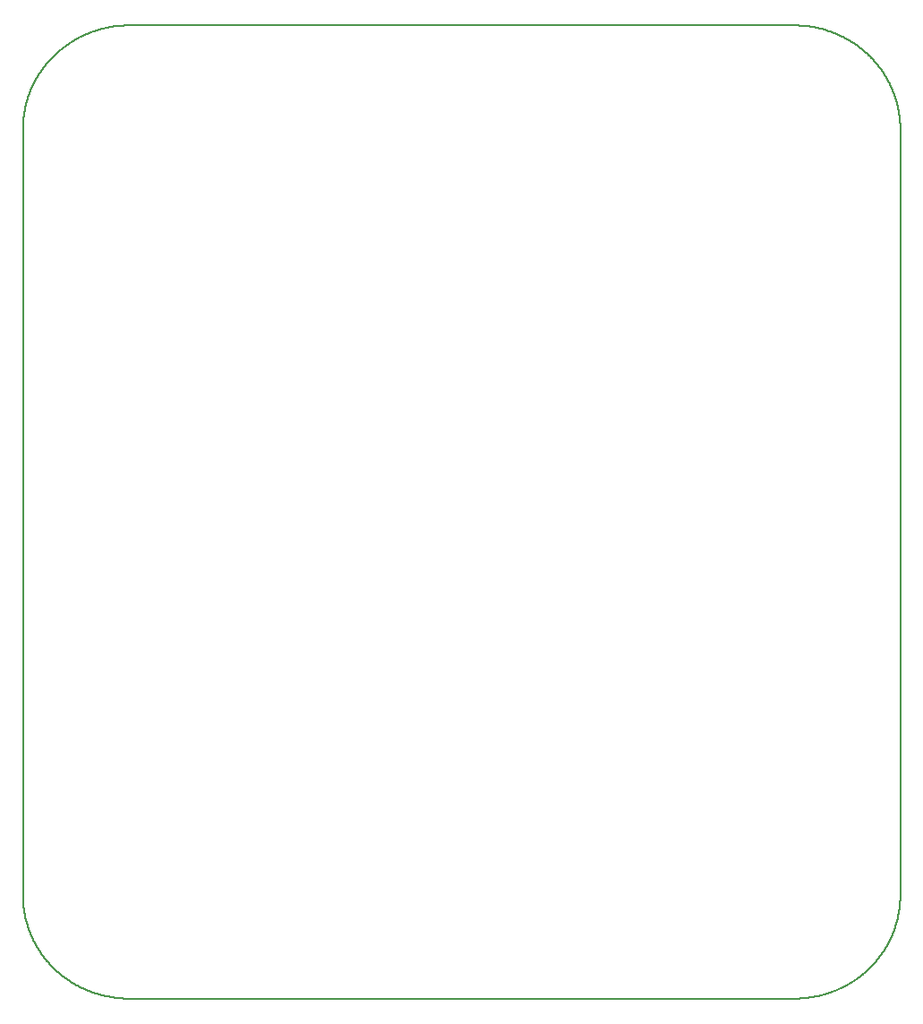
<source format=gm1>
G04 MADE WITH FRITZING*
G04 WWW.FRITZING.ORG*
G04 DOUBLE SIDED*
G04 HOLES PLATED*
G04 CONTOUR ON CENTER OF CONTOUR VECTOR*
%ASAXBY*%
%FSLAX23Y23*%
%MOIN*%
%OFA0B0*%
%SFA1.0B1.0*%
%ADD10C,0.005000*%
%ADD10C,0.008*%
%LNCONTOUR*%
G90*
G70*
G54D10*
G54D10*
X375Y3622D02*
X376Y3622D01*
X377Y3622D01*
X378Y3622D01*
X379Y3622D01*
X380Y3622D01*
X381Y3622D01*
X382Y3622D01*
X383Y3622D01*
X384Y3622D01*
X385Y3622D01*
X386Y3622D01*
X387Y3622D01*
X388Y3622D01*
X389Y3622D01*
X390Y3622D01*
X391Y3622D01*
X392Y3622D01*
X393Y3622D01*
X394Y3622D01*
X395Y3622D01*
X396Y3622D01*
X397Y3622D01*
X398Y3622D01*
X399Y3622D01*
X400Y3622D01*
X401Y3622D01*
X402Y3622D01*
X403Y3622D01*
X404Y3622D01*
X405Y3622D01*
X406Y3622D01*
X407Y3622D01*
X408Y3622D01*
X409Y3622D01*
X410Y3622D01*
X411Y3622D01*
X412Y3622D01*
X413Y3622D01*
X414Y3622D01*
X415Y3622D01*
X416Y3622D01*
X417Y3622D01*
X418Y3622D01*
X419Y3622D01*
X420Y3622D01*
X421Y3622D01*
X422Y3622D01*
X423Y3622D01*
X424Y3622D01*
X425Y3622D01*
X426Y3622D01*
X427Y3622D01*
X428Y3622D01*
X429Y3622D01*
X430Y3622D01*
X431Y3622D01*
X432Y3622D01*
X433Y3622D01*
X434Y3622D01*
X435Y3622D01*
X436Y3622D01*
X437Y3622D01*
X438Y3622D01*
X439Y3622D01*
X440Y3622D01*
X441Y3622D01*
X442Y3622D01*
X443Y3622D01*
X444Y3622D01*
X445Y3622D01*
X446Y3622D01*
X447Y3622D01*
X448Y3622D01*
X449Y3622D01*
X450Y3622D01*
X451Y3622D01*
X452Y3622D01*
X453Y3622D01*
X454Y3622D01*
X455Y3622D01*
X456Y3622D01*
X457Y3622D01*
X458Y3622D01*
X459Y3622D01*
X460Y3622D01*
X461Y3622D01*
X462Y3622D01*
X463Y3622D01*
X464Y3622D01*
X465Y3622D01*
X466Y3622D01*
X467Y3622D01*
X468Y3622D01*
X469Y3622D01*
X470Y3622D01*
X471Y3622D01*
X472Y3622D01*
X473Y3622D01*
X474Y3622D01*
X475Y3622D01*
X476Y3622D01*
X477Y3622D01*
X478Y3622D01*
X479Y3622D01*
X480Y3622D01*
X481Y3622D01*
X482Y3622D01*
X483Y3622D01*
X484Y3622D01*
X485Y3622D01*
X486Y3622D01*
X487Y3622D01*
X488Y3622D01*
X489Y3622D01*
X490Y3622D01*
X491Y3622D01*
X492Y3622D01*
X493Y3622D01*
X494Y3622D01*
X495Y3622D01*
X496Y3622D01*
X497Y3622D01*
X498Y3622D01*
X499Y3622D01*
X500Y3622D01*
X501Y3622D01*
X502Y3622D01*
X503Y3622D01*
X504Y3622D01*
X505Y3622D01*
X506Y3622D01*
X507Y3622D01*
X508Y3622D01*
X509Y3622D01*
X510Y3622D01*
X511Y3622D01*
X512Y3622D01*
X513Y3622D01*
X514Y3622D01*
X515Y3622D01*
X516Y3622D01*
X517Y3622D01*
X518Y3622D01*
X519Y3622D01*
X520Y3622D01*
X521Y3622D01*
X522Y3622D01*
X523Y3622D01*
X524Y3622D01*
X525Y3622D01*
X526Y3622D01*
X527Y3622D01*
X528Y3622D01*
X529Y3622D01*
X530Y3622D01*
X531Y3622D01*
X532Y3622D01*
X533Y3622D01*
X534Y3622D01*
X535Y3622D01*
X536Y3622D01*
X537Y3622D01*
X538Y3622D01*
X539Y3622D01*
X540Y3622D01*
X541Y3622D01*
X542Y3622D01*
X543Y3622D01*
X544Y3622D01*
X545Y3622D01*
X546Y3622D01*
X547Y3622D01*
X548Y3622D01*
X549Y3622D01*
X550Y3622D01*
X551Y3622D01*
X552Y3622D01*
X553Y3622D01*
X554Y3622D01*
X555Y3622D01*
X556Y3622D01*
X557Y3622D01*
X558Y3622D01*
X559Y3622D01*
X560Y3622D01*
X561Y3622D01*
X562Y3622D01*
X563Y3622D01*
X564Y3622D01*
X565Y3622D01*
X566Y3622D01*
X567Y3622D01*
X568Y3622D01*
X569Y3622D01*
X570Y3622D01*
X571Y3622D01*
X572Y3622D01*
X573Y3622D01*
X574Y3622D01*
X575Y3622D01*
X576Y3622D01*
X577Y3622D01*
X578Y3622D01*
X579Y3622D01*
X580Y3622D01*
X581Y3622D01*
X582Y3622D01*
X583Y3622D01*
X584Y3622D01*
X585Y3622D01*
X586Y3622D01*
X587Y3622D01*
X588Y3622D01*
X589Y3622D01*
X590Y3622D01*
X591Y3622D01*
X592Y3622D01*
X593Y3622D01*
X594Y3622D01*
X595Y3622D01*
X596Y3622D01*
X597Y3622D01*
X598Y3622D01*
X599Y3622D01*
X600Y3622D01*
X601Y3622D01*
X602Y3622D01*
X603Y3622D01*
X604Y3622D01*
X605Y3622D01*
X606Y3622D01*
X607Y3622D01*
X608Y3622D01*
X609Y3622D01*
X610Y3622D01*
X611Y3622D01*
X612Y3622D01*
X613Y3622D01*
X614Y3622D01*
X615Y3622D01*
X616Y3622D01*
X617Y3622D01*
X618Y3622D01*
X619Y3622D01*
X620Y3622D01*
X621Y3622D01*
X622Y3622D01*
X623Y3622D01*
X624Y3622D01*
X625Y3622D01*
X626Y3622D01*
X627Y3622D01*
X628Y3622D01*
X629Y3622D01*
X630Y3622D01*
X631Y3622D01*
X632Y3622D01*
X633Y3622D01*
X634Y3622D01*
X635Y3622D01*
X636Y3622D01*
X637Y3622D01*
X638Y3622D01*
X639Y3622D01*
X640Y3622D01*
X641Y3622D01*
X642Y3622D01*
X643Y3622D01*
X644Y3622D01*
X645Y3622D01*
X646Y3622D01*
X647Y3622D01*
X648Y3622D01*
X649Y3622D01*
X650Y3622D01*
X651Y3622D01*
X652Y3622D01*
X653Y3622D01*
X654Y3622D01*
X655Y3622D01*
X656Y3622D01*
X657Y3622D01*
X658Y3622D01*
X659Y3622D01*
X660Y3622D01*
X661Y3622D01*
X662Y3622D01*
X663Y3622D01*
X664Y3622D01*
X665Y3622D01*
X666Y3622D01*
X667Y3622D01*
X668Y3622D01*
X669Y3622D01*
X670Y3622D01*
X671Y3622D01*
X672Y3622D01*
X673Y3622D01*
X674Y3622D01*
X675Y3622D01*
X676Y3622D01*
X677Y3622D01*
X678Y3622D01*
X679Y3622D01*
X680Y3622D01*
X681Y3622D01*
X682Y3622D01*
X683Y3622D01*
X684Y3622D01*
X685Y3622D01*
X686Y3622D01*
X687Y3622D01*
X688Y3622D01*
X689Y3622D01*
X690Y3622D01*
X691Y3622D01*
X692Y3622D01*
X693Y3622D01*
X694Y3622D01*
X695Y3622D01*
X696Y3622D01*
X697Y3622D01*
X698Y3622D01*
X699Y3622D01*
X700Y3622D01*
X701Y3622D01*
X702Y3622D01*
X703Y3622D01*
X704Y3622D01*
X705Y3622D01*
X706Y3622D01*
X707Y3622D01*
X708Y3622D01*
X709Y3622D01*
X710Y3622D01*
X711Y3622D01*
X712Y3622D01*
X713Y3622D01*
X714Y3622D01*
X715Y3622D01*
X716Y3622D01*
X717Y3622D01*
X718Y3622D01*
X719Y3622D01*
X720Y3622D01*
X721Y3622D01*
X722Y3622D01*
X723Y3622D01*
X724Y3622D01*
X725Y3622D01*
X726Y3622D01*
X727Y3622D01*
X728Y3622D01*
X729Y3622D01*
X730Y3622D01*
X731Y3622D01*
X732Y3622D01*
X733Y3622D01*
X734Y3622D01*
X735Y3622D01*
X736Y3622D01*
X737Y3622D01*
X738Y3622D01*
X739Y3622D01*
X740Y3622D01*
X741Y3622D01*
X742Y3622D01*
X743Y3622D01*
X744Y3622D01*
X745Y3622D01*
X746Y3622D01*
X747Y3622D01*
X748Y3622D01*
X749Y3622D01*
X750Y3622D01*
X751Y3622D01*
X752Y3622D01*
X753Y3622D01*
X754Y3622D01*
X755Y3622D01*
X756Y3622D01*
X757Y3622D01*
X758Y3622D01*
X759Y3622D01*
X760Y3622D01*
X761Y3622D01*
X762Y3622D01*
X763Y3622D01*
X764Y3622D01*
X765Y3622D01*
X766Y3622D01*
X767Y3622D01*
X768Y3622D01*
X769Y3622D01*
X770Y3622D01*
X771Y3622D01*
X772Y3622D01*
X773Y3622D01*
X774Y3622D01*
X775Y3622D01*
X776Y3622D01*
X777Y3622D01*
X778Y3622D01*
X779Y3622D01*
X780Y3622D01*
X781Y3622D01*
X782Y3622D01*
X783Y3622D01*
X784Y3622D01*
X785Y3622D01*
X786Y3622D01*
X787Y3622D01*
X788Y3622D01*
X789Y3622D01*
X790Y3622D01*
X791Y3622D01*
X792Y3622D01*
X793Y3622D01*
X794Y3622D01*
X795Y3622D01*
X796Y3622D01*
X797Y3622D01*
X798Y3622D01*
X799Y3622D01*
X800Y3622D01*
X801Y3622D01*
X802Y3622D01*
X803Y3622D01*
X804Y3622D01*
X805Y3622D01*
X806Y3622D01*
X807Y3622D01*
X808Y3622D01*
X809Y3622D01*
X810Y3622D01*
X811Y3622D01*
X812Y3622D01*
X813Y3622D01*
X814Y3622D01*
X815Y3622D01*
X816Y3622D01*
X817Y3622D01*
X818Y3622D01*
X819Y3622D01*
X820Y3622D01*
X821Y3622D01*
X822Y3622D01*
X823Y3622D01*
X824Y3622D01*
X825Y3622D01*
X826Y3622D01*
X827Y3622D01*
X828Y3622D01*
X829Y3622D01*
X830Y3622D01*
X831Y3622D01*
X832Y3622D01*
X833Y3622D01*
X834Y3622D01*
X835Y3622D01*
X836Y3622D01*
X837Y3622D01*
X838Y3622D01*
X839Y3622D01*
X840Y3622D01*
X841Y3622D01*
X842Y3622D01*
X843Y3622D01*
X844Y3622D01*
X845Y3622D01*
X846Y3622D01*
X847Y3622D01*
X848Y3622D01*
X849Y3622D01*
X850Y3622D01*
X851Y3622D01*
X852Y3622D01*
X853Y3622D01*
X854Y3622D01*
X855Y3622D01*
X856Y3622D01*
X857Y3622D01*
X858Y3622D01*
X859Y3622D01*
X860Y3622D01*
X861Y3622D01*
X862Y3622D01*
X863Y3622D01*
X864Y3622D01*
X865Y3622D01*
X866Y3622D01*
X867Y3622D01*
X868Y3622D01*
X869Y3622D01*
X870Y3622D01*
X871Y3622D01*
X872Y3622D01*
X873Y3622D01*
X874Y3622D01*
X875Y3622D01*
X876Y3622D01*
X877Y3622D01*
X878Y3622D01*
X879Y3622D01*
X880Y3622D01*
X881Y3622D01*
X882Y3622D01*
X883Y3622D01*
X884Y3622D01*
X885Y3622D01*
X886Y3622D01*
X887Y3622D01*
X888Y3622D01*
X889Y3622D01*
X890Y3622D01*
X891Y3622D01*
X892Y3622D01*
X893Y3622D01*
X894Y3622D01*
X895Y3622D01*
X896Y3622D01*
X897Y3622D01*
X898Y3622D01*
X899Y3622D01*
X900Y3622D01*
X901Y3622D01*
X902Y3622D01*
X903Y3622D01*
X904Y3622D01*
X905Y3622D01*
X906Y3622D01*
X907Y3622D01*
X908Y3622D01*
X909Y3622D01*
X910Y3622D01*
X911Y3622D01*
X912Y3622D01*
X913Y3622D01*
X914Y3622D01*
X915Y3622D01*
X916Y3622D01*
X917Y3622D01*
X918Y3622D01*
X919Y3622D01*
X920Y3622D01*
X921Y3622D01*
X922Y3622D01*
X923Y3622D01*
X924Y3622D01*
X925Y3622D01*
X926Y3622D01*
X927Y3622D01*
X928Y3622D01*
X929Y3622D01*
X930Y3622D01*
X931Y3622D01*
X932Y3622D01*
X933Y3622D01*
X934Y3622D01*
X935Y3622D01*
X936Y3622D01*
X937Y3622D01*
X938Y3622D01*
X939Y3622D01*
X940Y3622D01*
X941Y3622D01*
X942Y3622D01*
X943Y3622D01*
X944Y3622D01*
X945Y3622D01*
X946Y3622D01*
X947Y3622D01*
X948Y3622D01*
X949Y3622D01*
X950Y3622D01*
X951Y3622D01*
X952Y3622D01*
X953Y3622D01*
X954Y3622D01*
X955Y3622D01*
X956Y3622D01*
X957Y3622D01*
X958Y3622D01*
X959Y3622D01*
X960Y3622D01*
X961Y3622D01*
X962Y3622D01*
X963Y3622D01*
X964Y3622D01*
X965Y3622D01*
X966Y3622D01*
X967Y3622D01*
X968Y3622D01*
X969Y3622D01*
X970Y3622D01*
X971Y3622D01*
X972Y3622D01*
X973Y3622D01*
X974Y3622D01*
X975Y3622D01*
X976Y3622D01*
X977Y3622D01*
X978Y3622D01*
X979Y3622D01*
X980Y3622D01*
X981Y3622D01*
X982Y3622D01*
X983Y3622D01*
X984Y3622D01*
X985Y3622D01*
X986Y3622D01*
X987Y3622D01*
X988Y3622D01*
X989Y3622D01*
X990Y3622D01*
X991Y3622D01*
X992Y3622D01*
X993Y3622D01*
X994Y3622D01*
X995Y3622D01*
X996Y3622D01*
X997Y3622D01*
X998Y3622D01*
X999Y3622D01*
X1000Y3622D01*
X1001Y3622D01*
X1002Y3622D01*
X1003Y3622D01*
X1004Y3622D01*
X1005Y3622D01*
X1006Y3622D01*
X1007Y3622D01*
X1008Y3622D01*
X1009Y3622D01*
X1010Y3622D01*
X1011Y3622D01*
X1012Y3622D01*
X1013Y3622D01*
X1014Y3622D01*
X1015Y3622D01*
X1016Y3622D01*
X1017Y3622D01*
X1018Y3622D01*
X1019Y3622D01*
X1020Y3622D01*
X1021Y3622D01*
X1022Y3622D01*
X1023Y3622D01*
X1024Y3622D01*
X1025Y3622D01*
X1026Y3622D01*
X1027Y3622D01*
X1028Y3622D01*
X1029Y3622D01*
X1030Y3622D01*
X1031Y3622D01*
X1032Y3622D01*
X1033Y3622D01*
X1034Y3622D01*
X1035Y3622D01*
X1036Y3622D01*
X1037Y3622D01*
X1038Y3622D01*
X1039Y3622D01*
X1040Y3622D01*
X1041Y3622D01*
X1042Y3622D01*
X1043Y3622D01*
X1044Y3622D01*
X1045Y3622D01*
X1046Y3622D01*
X1047Y3622D01*
X1048Y3622D01*
X1049Y3622D01*
X1050Y3622D01*
X1051Y3622D01*
X1052Y3622D01*
X1053Y3622D01*
X1054Y3622D01*
X1055Y3622D01*
X1056Y3622D01*
X1057Y3622D01*
X1058Y3622D01*
X1059Y3622D01*
X1060Y3622D01*
X1061Y3622D01*
X1062Y3622D01*
X1063Y3622D01*
X1064Y3622D01*
X1065Y3622D01*
X1066Y3622D01*
X1067Y3622D01*
X1068Y3622D01*
X1069Y3622D01*
X1070Y3622D01*
X1071Y3622D01*
X1072Y3622D01*
X1073Y3622D01*
X1074Y3622D01*
X1075Y3622D01*
X1076Y3622D01*
X1077Y3622D01*
X1078Y3622D01*
X1079Y3622D01*
X1080Y3622D01*
X1081Y3622D01*
X1082Y3622D01*
X1083Y3622D01*
X1084Y3622D01*
X1085Y3622D01*
X1086Y3622D01*
X1087Y3622D01*
X1088Y3622D01*
X1089Y3622D01*
X1090Y3622D01*
X1091Y3622D01*
X1092Y3622D01*
X1093Y3622D01*
X1094Y3622D01*
X1095Y3622D01*
X1096Y3622D01*
X1097Y3622D01*
X1098Y3622D01*
X1099Y3622D01*
X1100Y3622D01*
X1101Y3622D01*
X1102Y3622D01*
X1103Y3622D01*
X1104Y3622D01*
X1105Y3622D01*
X1106Y3622D01*
X1107Y3622D01*
X1108Y3622D01*
X1109Y3622D01*
X1110Y3622D01*
X1111Y3622D01*
X1112Y3622D01*
X1113Y3622D01*
X1114Y3622D01*
X1115Y3622D01*
X1116Y3622D01*
X1117Y3622D01*
X1118Y3622D01*
X1119Y3622D01*
X1120Y3622D01*
X1121Y3622D01*
X1122Y3622D01*
X1123Y3622D01*
X1124Y3622D01*
X1125Y3622D01*
X1126Y3622D01*
X1127Y3622D01*
X1128Y3622D01*
X1129Y3622D01*
X1130Y3622D01*
X1131Y3622D01*
X1132Y3622D01*
X1133Y3622D01*
X1134Y3622D01*
X1135Y3622D01*
X1136Y3622D01*
X1137Y3622D01*
X1138Y3622D01*
X1139Y3622D01*
X1140Y3622D01*
X1141Y3622D01*
X1142Y3622D01*
X1143Y3622D01*
X1144Y3622D01*
X1145Y3622D01*
X1146Y3622D01*
X1147Y3622D01*
X1148Y3622D01*
X1149Y3622D01*
X1150Y3622D01*
X1151Y3622D01*
X1152Y3622D01*
X1153Y3622D01*
X1154Y3622D01*
X1155Y3622D01*
X1156Y3622D01*
X1157Y3622D01*
X1158Y3622D01*
X1159Y3622D01*
X1160Y3622D01*
X1161Y3622D01*
X1162Y3622D01*
X1163Y3622D01*
X1164Y3622D01*
X1165Y3622D01*
X1166Y3622D01*
X1167Y3622D01*
X1168Y3622D01*
X1169Y3622D01*
X1170Y3622D01*
X1171Y3622D01*
X1172Y3622D01*
X1173Y3622D01*
X1174Y3622D01*
X1175Y3622D01*
X1176Y3622D01*
X1177Y3622D01*
X1178Y3622D01*
X1179Y3622D01*
X1180Y3622D01*
X1181Y3622D01*
X1182Y3622D01*
X1183Y3622D01*
X1184Y3622D01*
X1185Y3622D01*
X1186Y3622D01*
X1187Y3622D01*
X1188Y3622D01*
X1189Y3622D01*
X1190Y3622D01*
X1191Y3622D01*
X1192Y3622D01*
X1193Y3622D01*
X1194Y3622D01*
X1195Y3622D01*
X1196Y3622D01*
X1197Y3622D01*
X1198Y3622D01*
X1199Y3622D01*
X1200Y3622D01*
X1201Y3622D01*
X1202Y3622D01*
X1203Y3622D01*
X1204Y3622D01*
X1205Y3622D01*
X1206Y3622D01*
X1207Y3622D01*
X1208Y3622D01*
X1209Y3622D01*
X1210Y3622D01*
X1211Y3622D01*
X1212Y3622D01*
X1213Y3622D01*
X1214Y3622D01*
X1215Y3622D01*
X1216Y3622D01*
X1217Y3622D01*
X1218Y3622D01*
X1219Y3622D01*
X1220Y3622D01*
X1221Y3622D01*
X1222Y3622D01*
X1223Y3622D01*
X1224Y3622D01*
X1225Y3622D01*
X1226Y3622D01*
X1227Y3622D01*
X1228Y3622D01*
X1229Y3622D01*
X1230Y3622D01*
X1231Y3622D01*
X1232Y3622D01*
X1233Y3622D01*
X1234Y3622D01*
X1235Y3622D01*
X1236Y3622D01*
X1237Y3622D01*
X1238Y3622D01*
X1239Y3622D01*
X1240Y3622D01*
X1241Y3622D01*
X1242Y3622D01*
X1243Y3622D01*
X1244Y3622D01*
X1245Y3622D01*
X1246Y3622D01*
X1247Y3622D01*
X1248Y3622D01*
X1249Y3622D01*
X1250Y3622D01*
X1251Y3622D01*
X1252Y3622D01*
X1253Y3622D01*
X1254Y3622D01*
X1255Y3622D01*
X1256Y3622D01*
X1257Y3622D01*
X1258Y3622D01*
X1259Y3622D01*
X1260Y3622D01*
X1261Y3622D01*
X1262Y3622D01*
X1263Y3622D01*
X1264Y3622D01*
X1265Y3622D01*
X1266Y3622D01*
X1267Y3622D01*
X1268Y3622D01*
X1269Y3622D01*
X1270Y3622D01*
X1271Y3622D01*
X1272Y3622D01*
X1273Y3622D01*
X1274Y3622D01*
X1275Y3622D01*
X1276Y3622D01*
X1277Y3622D01*
X1278Y3622D01*
X1279Y3622D01*
X1280Y3622D01*
X1281Y3622D01*
X1282Y3622D01*
X1283Y3622D01*
X1284Y3622D01*
X1285Y3622D01*
X1286Y3622D01*
X1287Y3622D01*
X1288Y3622D01*
X1289Y3622D01*
X1290Y3622D01*
X1291Y3622D01*
X1292Y3622D01*
X1293Y3622D01*
X1294Y3622D01*
X1295Y3622D01*
X1296Y3622D01*
X1297Y3622D01*
X1298Y3622D01*
X1299Y3622D01*
X1300Y3622D01*
X1301Y3622D01*
X1302Y3622D01*
X1303Y3622D01*
X1304Y3622D01*
X1305Y3622D01*
X1306Y3622D01*
X1307Y3622D01*
X1308Y3622D01*
X1309Y3622D01*
X1310Y3622D01*
X1311Y3622D01*
X1312Y3622D01*
X1313Y3622D01*
X1314Y3622D01*
X1315Y3622D01*
X1316Y3622D01*
X1317Y3622D01*
X1318Y3622D01*
X1319Y3622D01*
X1320Y3622D01*
X1321Y3622D01*
X1322Y3622D01*
X1323Y3622D01*
X1324Y3622D01*
X1325Y3622D01*
X1326Y3622D01*
X1327Y3622D01*
X1328Y3622D01*
X1329Y3622D01*
X1330Y3622D01*
X1331Y3622D01*
X1332Y3622D01*
X1333Y3622D01*
X1334Y3622D01*
X1335Y3622D01*
X1336Y3622D01*
X1337Y3622D01*
X1338Y3622D01*
X1339Y3622D01*
X1340Y3622D01*
X1341Y3622D01*
X1342Y3622D01*
X1343Y3622D01*
X1344Y3622D01*
X1345Y3622D01*
X1346Y3622D01*
X1347Y3622D01*
X1348Y3622D01*
X1349Y3622D01*
X1350Y3622D01*
X1351Y3622D01*
X1352Y3622D01*
X1353Y3622D01*
X1354Y3622D01*
X1355Y3622D01*
X1356Y3622D01*
X1357Y3622D01*
X1358Y3622D01*
X1359Y3622D01*
X1360Y3622D01*
X1361Y3622D01*
X1362Y3622D01*
X1363Y3622D01*
X1364Y3622D01*
X1365Y3622D01*
X1366Y3622D01*
X1367Y3622D01*
X1368Y3622D01*
X1369Y3622D01*
X1370Y3622D01*
X1371Y3622D01*
X1372Y3622D01*
X1373Y3622D01*
X1374Y3622D01*
X1375Y3622D01*
X1376Y3622D01*
X1377Y3622D01*
X1378Y3622D01*
X1379Y3622D01*
X1380Y3622D01*
X1381Y3622D01*
X1382Y3622D01*
X1383Y3622D01*
X1384Y3622D01*
X1385Y3622D01*
X1386Y3622D01*
X1387Y3622D01*
X1388Y3622D01*
X1389Y3622D01*
X1390Y3622D01*
X1391Y3622D01*
X1392Y3622D01*
X1393Y3622D01*
X1394Y3622D01*
X1395Y3622D01*
X1396Y3622D01*
X1397Y3622D01*
X1398Y3622D01*
X1399Y3622D01*
X1400Y3622D01*
X1401Y3622D01*
X1402Y3622D01*
X1403Y3622D01*
X1404Y3622D01*
X1405Y3622D01*
X1406Y3622D01*
X1407Y3622D01*
X1408Y3622D01*
X1409Y3622D01*
X1410Y3622D01*
X1411Y3622D01*
X1412Y3622D01*
X1413Y3622D01*
X1414Y3622D01*
X1415Y3622D01*
X1416Y3622D01*
X1417Y3622D01*
X1418Y3622D01*
X1419Y3622D01*
X1420Y3622D01*
X1421Y3622D01*
X1422Y3622D01*
X1423Y3622D01*
X1424Y3622D01*
X1425Y3622D01*
X1426Y3622D01*
X1427Y3622D01*
X1428Y3622D01*
X1429Y3622D01*
X1430Y3622D01*
X1431Y3622D01*
X1432Y3622D01*
X1433Y3622D01*
X1434Y3622D01*
X1435Y3622D01*
X1436Y3622D01*
X1437Y3622D01*
X1438Y3622D01*
X1439Y3622D01*
X1440Y3622D01*
X1441Y3622D01*
X1442Y3622D01*
X1443Y3622D01*
X1444Y3622D01*
X1445Y3622D01*
X1446Y3622D01*
X1447Y3622D01*
X1448Y3622D01*
X1449Y3622D01*
X1450Y3622D01*
X1451Y3622D01*
X1452Y3622D01*
X1453Y3622D01*
X1454Y3622D01*
X1455Y3622D01*
X1456Y3622D01*
X1457Y3622D01*
X1458Y3622D01*
X1459Y3622D01*
X1460Y3622D01*
X1461Y3622D01*
X1462Y3622D01*
X1463Y3622D01*
X1464Y3622D01*
X1465Y3622D01*
X1466Y3622D01*
X1467Y3622D01*
X1468Y3622D01*
X1469Y3622D01*
X1470Y3622D01*
X1471Y3622D01*
X1472Y3622D01*
X1473Y3622D01*
X1474Y3622D01*
X1475Y3622D01*
X1476Y3622D01*
X1477Y3622D01*
X1478Y3622D01*
X1479Y3622D01*
X1480Y3622D01*
X1481Y3622D01*
X1482Y3622D01*
X1483Y3622D01*
X1484Y3622D01*
X1485Y3622D01*
X1486Y3622D01*
X1487Y3622D01*
X1488Y3622D01*
X1489Y3622D01*
X1490Y3622D01*
X1491Y3622D01*
X1492Y3622D01*
X1493Y3622D01*
X1494Y3622D01*
X1495Y3622D01*
X1496Y3622D01*
X1497Y3622D01*
X1498Y3622D01*
X1499Y3622D01*
X1500Y3622D01*
X1501Y3622D01*
X1502Y3622D01*
X1503Y3622D01*
X1504Y3622D01*
X1505Y3622D01*
X1506Y3622D01*
X1507Y3622D01*
X1508Y3622D01*
X1509Y3622D01*
X1510Y3622D01*
X1511Y3622D01*
X1512Y3622D01*
X1513Y3622D01*
X1514Y3622D01*
X1515Y3622D01*
X1516Y3622D01*
X1517Y3622D01*
X1518Y3622D01*
X1519Y3622D01*
X1520Y3622D01*
X1521Y3622D01*
X1522Y3622D01*
X1523Y3622D01*
X1524Y3622D01*
X1525Y3622D01*
X1526Y3622D01*
X1527Y3622D01*
X1528Y3622D01*
X1529Y3622D01*
X1530Y3622D01*
X1531Y3622D01*
X1532Y3622D01*
X1533Y3622D01*
X1534Y3622D01*
X1535Y3622D01*
X1536Y3622D01*
X1537Y3622D01*
X1538Y3622D01*
X1539Y3622D01*
X1540Y3622D01*
X1541Y3622D01*
X1542Y3622D01*
X1543Y3622D01*
X1544Y3622D01*
X1545Y3622D01*
X1546Y3622D01*
X1547Y3622D01*
X1548Y3622D01*
X1549Y3622D01*
X1550Y3622D01*
X1551Y3622D01*
X1552Y3622D01*
X1553Y3622D01*
X1554Y3622D01*
X1555Y3622D01*
X1556Y3622D01*
X1557Y3622D01*
X1558Y3622D01*
X1559Y3622D01*
X1560Y3622D01*
X1561Y3622D01*
X1562Y3622D01*
X1563Y3622D01*
X1564Y3622D01*
X1565Y3622D01*
X1566Y3622D01*
X1567Y3622D01*
X1568Y3622D01*
X1569Y3622D01*
X1570Y3622D01*
X1571Y3622D01*
X1572Y3622D01*
X1573Y3622D01*
X1574Y3622D01*
X1575Y3622D01*
X1576Y3622D01*
X1577Y3622D01*
X1578Y3622D01*
X1579Y3622D01*
X1580Y3622D01*
X1581Y3622D01*
X1582Y3622D01*
X1583Y3622D01*
X1584Y3622D01*
X1585Y3622D01*
X1586Y3622D01*
X1587Y3622D01*
X1588Y3622D01*
X1589Y3622D01*
X1590Y3622D01*
X1591Y3622D01*
X1592Y3622D01*
X1593Y3622D01*
X1594Y3622D01*
X1595Y3622D01*
X1596Y3622D01*
X1597Y3622D01*
X1598Y3622D01*
X1599Y3622D01*
X1600Y3622D01*
X1601Y3622D01*
X1602Y3622D01*
X1603Y3622D01*
X1604Y3622D01*
X1605Y3622D01*
X1606Y3622D01*
X1607Y3622D01*
X1608Y3622D01*
X1609Y3622D01*
X1610Y3622D01*
X1611Y3622D01*
X1612Y3622D01*
X1613Y3622D01*
X1614Y3622D01*
X1615Y3622D01*
X1616Y3622D01*
X1617Y3622D01*
X1618Y3622D01*
X1619Y3622D01*
X1620Y3622D01*
X1621Y3622D01*
X1622Y3622D01*
X1623Y3622D01*
X1624Y3622D01*
X1625Y3622D01*
X1626Y3622D01*
X1627Y3622D01*
X1628Y3622D01*
X1629Y3622D01*
X1630Y3622D01*
X1631Y3622D01*
X1632Y3622D01*
X1633Y3622D01*
X1634Y3622D01*
X1635Y3622D01*
X1636Y3622D01*
X1637Y3622D01*
X1638Y3622D01*
X1639Y3622D01*
X1640Y3622D01*
X1641Y3622D01*
X1642Y3622D01*
X1643Y3622D01*
X1644Y3622D01*
X1645Y3622D01*
X1646Y3622D01*
X1647Y3622D01*
X1648Y3622D01*
X1649Y3622D01*
X1650Y3622D01*
X1651Y3622D01*
X1652Y3622D01*
X1653Y3622D01*
X1654Y3622D01*
X1655Y3622D01*
X1656Y3622D01*
X1657Y3622D01*
X1658Y3622D01*
X1659Y3622D01*
X1660Y3622D01*
X1661Y3622D01*
X1662Y3622D01*
X1663Y3622D01*
X1664Y3622D01*
X1665Y3622D01*
X1666Y3622D01*
X1667Y3622D01*
X1668Y3622D01*
X1669Y3622D01*
X1670Y3622D01*
X1671Y3622D01*
X1672Y3622D01*
X1673Y3622D01*
X1674Y3622D01*
X1675Y3622D01*
X1676Y3622D01*
X1677Y3622D01*
X1678Y3622D01*
X1679Y3622D01*
X1680Y3622D01*
X1681Y3622D01*
X1682Y3622D01*
X1683Y3622D01*
X1684Y3622D01*
X1685Y3622D01*
X1686Y3622D01*
X1687Y3622D01*
X1688Y3622D01*
X1689Y3622D01*
X1690Y3622D01*
X1691Y3622D01*
X1692Y3622D01*
X1693Y3622D01*
X1694Y3622D01*
X1695Y3622D01*
X1696Y3622D01*
X1697Y3622D01*
X1698Y3622D01*
X1699Y3622D01*
X1700Y3622D01*
X1701Y3622D01*
X1702Y3622D01*
X1703Y3622D01*
X1704Y3622D01*
X1705Y3622D01*
X1706Y3622D01*
X1707Y3622D01*
X1708Y3622D01*
X1709Y3622D01*
X1710Y3622D01*
X1711Y3622D01*
X1712Y3622D01*
X1713Y3622D01*
X1714Y3622D01*
X1715Y3622D01*
X1716Y3622D01*
X1717Y3622D01*
X1718Y3622D01*
X1719Y3622D01*
X1720Y3622D01*
X1721Y3622D01*
X1722Y3622D01*
X1723Y3622D01*
X1724Y3622D01*
X1725Y3622D01*
X1726Y3622D01*
X1727Y3622D01*
X1728Y3622D01*
X1729Y3622D01*
X1730Y3622D01*
X1731Y3622D01*
X1732Y3622D01*
X1733Y3622D01*
X1734Y3622D01*
X1735Y3622D01*
X1736Y3622D01*
X1737Y3622D01*
X1738Y3622D01*
X1739Y3622D01*
X1740Y3622D01*
X1741Y3622D01*
X1742Y3622D01*
X1743Y3622D01*
X1744Y3622D01*
X1745Y3622D01*
X1746Y3622D01*
X1747Y3622D01*
X1748Y3622D01*
X1749Y3622D01*
X1750Y3622D01*
X1751Y3622D01*
X1752Y3622D01*
X1753Y3622D01*
X1754Y3622D01*
X1755Y3622D01*
X1756Y3622D01*
X1757Y3622D01*
X1758Y3622D01*
X1759Y3622D01*
X1760Y3622D01*
X1761Y3622D01*
X1762Y3622D01*
X1763Y3622D01*
X1764Y3622D01*
X1765Y3622D01*
X1766Y3622D01*
X1767Y3622D01*
X1768Y3622D01*
X1769Y3622D01*
X1770Y3622D01*
X1771Y3622D01*
X1772Y3622D01*
X1773Y3622D01*
X1774Y3622D01*
X1775Y3622D01*
X1776Y3622D01*
X1777Y3622D01*
X1778Y3622D01*
X1779Y3622D01*
X1780Y3622D01*
X1781Y3622D01*
X1782Y3622D01*
X1783Y3622D01*
X1784Y3622D01*
X1785Y3622D01*
X1786Y3622D01*
X1787Y3622D01*
X1788Y3622D01*
X1789Y3622D01*
X1790Y3622D01*
X1791Y3622D01*
X1792Y3622D01*
X1793Y3622D01*
X1794Y3622D01*
X1795Y3622D01*
X1796Y3622D01*
X1797Y3622D01*
X1798Y3622D01*
X1799Y3622D01*
X1800Y3622D01*
X1801Y3622D01*
X1802Y3622D01*
X1803Y3622D01*
X1804Y3622D01*
X1805Y3622D01*
X1806Y3622D01*
X1807Y3622D01*
X1808Y3622D01*
X1809Y3622D01*
X1810Y3622D01*
X1811Y3622D01*
X1812Y3622D01*
X1813Y3622D01*
X1814Y3622D01*
X1815Y3622D01*
X1816Y3622D01*
X1817Y3622D01*
X1818Y3622D01*
X1819Y3622D01*
X1820Y3622D01*
X1821Y3622D01*
X1822Y3622D01*
X1823Y3622D01*
X1824Y3622D01*
X1825Y3622D01*
X1826Y3622D01*
X1827Y3622D01*
X1828Y3622D01*
X1829Y3622D01*
X1830Y3622D01*
X1831Y3622D01*
X1832Y3622D01*
X1833Y3622D01*
X1834Y3622D01*
X1835Y3622D01*
X1836Y3622D01*
X1837Y3622D01*
X1838Y3622D01*
X1839Y3622D01*
X1840Y3622D01*
X1841Y3622D01*
X1842Y3622D01*
X1843Y3622D01*
X1844Y3622D01*
X1845Y3622D01*
X1846Y3622D01*
X1847Y3622D01*
X1848Y3622D01*
X1849Y3622D01*
X1850Y3622D01*
X1851Y3622D01*
X1852Y3622D01*
X1853Y3622D01*
X1854Y3622D01*
X1855Y3622D01*
X1856Y3622D01*
X1857Y3622D01*
X1858Y3622D01*
X1859Y3622D01*
X1860Y3622D01*
X1861Y3622D01*
X1862Y3622D01*
X1863Y3622D01*
X1864Y3622D01*
X1865Y3622D01*
X1866Y3622D01*
X1867Y3622D01*
X1868Y3622D01*
X1869Y3622D01*
X1870Y3622D01*
X1871Y3622D01*
X1872Y3622D01*
X1873Y3622D01*
X1874Y3622D01*
X1875Y3622D01*
X1876Y3622D01*
X1877Y3622D01*
X1878Y3622D01*
X1879Y3622D01*
X1880Y3622D01*
X1881Y3622D01*
X1882Y3622D01*
X1883Y3622D01*
X1884Y3622D01*
X1885Y3622D01*
X1886Y3622D01*
X1887Y3622D01*
X1888Y3622D01*
X1889Y3622D01*
X1890Y3622D01*
X1891Y3622D01*
X1892Y3622D01*
X1893Y3622D01*
X1894Y3622D01*
X1895Y3622D01*
X1896Y3622D01*
X1897Y3622D01*
X1898Y3622D01*
X1899Y3622D01*
X1900Y3622D01*
X1901Y3622D01*
X1902Y3622D01*
X1903Y3622D01*
X1904Y3622D01*
X1905Y3622D01*
X1906Y3622D01*
X1907Y3622D01*
X1908Y3622D01*
X1909Y3622D01*
X1910Y3622D01*
X1911Y3622D01*
X1912Y3622D01*
X1913Y3622D01*
X1914Y3622D01*
X1915Y3622D01*
X1916Y3622D01*
X1917Y3622D01*
X1918Y3622D01*
X1919Y3622D01*
X1920Y3622D01*
X1921Y3622D01*
X1922Y3622D01*
X1923Y3622D01*
X1924Y3622D01*
X1925Y3622D01*
X1926Y3622D01*
X1927Y3622D01*
X1928Y3622D01*
X1929Y3622D01*
X1930Y3622D01*
X1931Y3622D01*
X1932Y3622D01*
X1933Y3622D01*
X1934Y3622D01*
X1935Y3622D01*
X1936Y3622D01*
X1937Y3622D01*
X1938Y3622D01*
X1939Y3622D01*
X1940Y3622D01*
X1941Y3622D01*
X1942Y3622D01*
X1943Y3622D01*
X1944Y3622D01*
X1945Y3622D01*
X1946Y3622D01*
X1947Y3622D01*
X1948Y3622D01*
X1949Y3622D01*
X1950Y3622D01*
X1951Y3622D01*
X1952Y3622D01*
X1953Y3622D01*
X1954Y3622D01*
X1955Y3622D01*
X1956Y3622D01*
X1957Y3622D01*
X1958Y3622D01*
X1959Y3622D01*
X1960Y3622D01*
X1961Y3622D01*
X1962Y3622D01*
X1963Y3622D01*
X1964Y3622D01*
X1965Y3622D01*
X1966Y3622D01*
X1967Y3622D01*
X1968Y3622D01*
X1969Y3622D01*
X1970Y3622D01*
X1971Y3622D01*
X1972Y3622D01*
X1973Y3622D01*
X1974Y3622D01*
X1975Y3622D01*
X1976Y3622D01*
X1977Y3622D01*
X1978Y3622D01*
X1979Y3622D01*
X1980Y3622D01*
X1981Y3622D01*
X1982Y3622D01*
X1983Y3622D01*
X1984Y3622D01*
X1985Y3622D01*
X1986Y3622D01*
X1987Y3622D01*
X1988Y3622D01*
X1989Y3622D01*
X1990Y3622D01*
X1991Y3622D01*
X1992Y3622D01*
X1993Y3622D01*
X1994Y3622D01*
X1995Y3622D01*
X1996Y3622D01*
X1997Y3622D01*
X1998Y3622D01*
X1999Y3622D01*
X2000Y3622D01*
X2001Y3622D01*
X2002Y3622D01*
X2003Y3622D01*
X2004Y3622D01*
X2005Y3622D01*
X2006Y3622D01*
X2007Y3622D01*
X2008Y3622D01*
X2009Y3622D01*
X2010Y3622D01*
X2011Y3622D01*
X2012Y3622D01*
X2013Y3622D01*
X2014Y3622D01*
X2015Y3622D01*
X2016Y3622D01*
X2017Y3622D01*
X2018Y3622D01*
X2019Y3622D01*
X2020Y3622D01*
X2021Y3622D01*
X2022Y3622D01*
X2023Y3622D01*
X2024Y3622D01*
X2025Y3622D01*
X2026Y3622D01*
X2027Y3622D01*
X2028Y3622D01*
X2029Y3622D01*
X2030Y3622D01*
X2031Y3622D01*
X2032Y3622D01*
X2033Y3622D01*
X2034Y3622D01*
X2035Y3622D01*
X2036Y3622D01*
X2037Y3622D01*
X2038Y3622D01*
X2039Y3622D01*
X2040Y3622D01*
X2041Y3622D01*
X2042Y3622D01*
X2043Y3622D01*
X2044Y3622D01*
X2045Y3622D01*
X2046Y3622D01*
X2047Y3622D01*
X2048Y3622D01*
X2049Y3622D01*
X2050Y3622D01*
X2051Y3622D01*
X2052Y3622D01*
X2053Y3622D01*
X2054Y3622D01*
X2055Y3622D01*
X2056Y3622D01*
X2057Y3622D01*
X2058Y3622D01*
X2059Y3622D01*
X2060Y3622D01*
X2061Y3622D01*
X2062Y3622D01*
X2063Y3622D01*
X2064Y3622D01*
X2065Y3622D01*
X2066Y3622D01*
X2067Y3622D01*
X2068Y3622D01*
X2069Y3622D01*
X2070Y3622D01*
X2071Y3622D01*
X2072Y3622D01*
X2073Y3622D01*
X2074Y3622D01*
X2075Y3622D01*
X2076Y3622D01*
X2077Y3622D01*
X2078Y3622D01*
X2079Y3622D01*
X2080Y3622D01*
X2081Y3622D01*
X2082Y3622D01*
X2083Y3622D01*
X2084Y3622D01*
X2085Y3622D01*
X2086Y3622D01*
X2087Y3622D01*
X2088Y3622D01*
X2089Y3622D01*
X2090Y3622D01*
X2091Y3622D01*
X2092Y3622D01*
X2093Y3622D01*
X2094Y3622D01*
X2095Y3622D01*
X2096Y3622D01*
X2097Y3622D01*
X2098Y3622D01*
X2099Y3622D01*
X2100Y3622D01*
X2101Y3622D01*
X2102Y3622D01*
X2103Y3622D01*
X2104Y3622D01*
X2105Y3622D01*
X2106Y3622D01*
X2107Y3622D01*
X2108Y3622D01*
X2109Y3622D01*
X2110Y3622D01*
X2111Y3622D01*
X2112Y3622D01*
X2113Y3622D01*
X2114Y3622D01*
X2115Y3622D01*
X2116Y3622D01*
X2117Y3622D01*
X2118Y3622D01*
X2119Y3622D01*
X2120Y3622D01*
X2121Y3622D01*
X2122Y3622D01*
X2123Y3622D01*
X2124Y3622D01*
X2125Y3622D01*
X2126Y3622D01*
X2127Y3622D01*
X2128Y3622D01*
X2129Y3622D01*
X2130Y3622D01*
X2131Y3622D01*
X2132Y3622D01*
X2133Y3622D01*
X2134Y3622D01*
X2135Y3622D01*
X2136Y3622D01*
X2137Y3622D01*
X2138Y3622D01*
X2139Y3622D01*
X2140Y3622D01*
X2141Y3622D01*
X2142Y3622D01*
X2143Y3622D01*
X2144Y3622D01*
X2145Y3622D01*
X2146Y3622D01*
X2147Y3622D01*
X2148Y3622D01*
X2149Y3622D01*
X2150Y3622D01*
X2151Y3622D01*
X2152Y3622D01*
X2153Y3622D01*
X2154Y3622D01*
X2155Y3622D01*
X2156Y3622D01*
X2157Y3622D01*
X2158Y3622D01*
X2159Y3622D01*
X2160Y3622D01*
X2161Y3622D01*
X2162Y3622D01*
X2163Y3622D01*
X2164Y3622D01*
X2165Y3622D01*
X2166Y3622D01*
X2167Y3622D01*
X2168Y3622D01*
X2169Y3622D01*
X2170Y3622D01*
X2171Y3622D01*
X2172Y3622D01*
X2173Y3622D01*
X2174Y3622D01*
X2175Y3622D01*
X2176Y3622D01*
X2177Y3622D01*
X2178Y3622D01*
X2179Y3622D01*
X2180Y3622D01*
X2181Y3622D01*
X2182Y3622D01*
X2183Y3622D01*
X2184Y3622D01*
X2185Y3622D01*
X2186Y3622D01*
X2187Y3622D01*
X2188Y3622D01*
X2189Y3622D01*
X2190Y3622D01*
X2191Y3622D01*
X2192Y3622D01*
X2193Y3622D01*
X2194Y3622D01*
X2195Y3622D01*
X2196Y3622D01*
X2197Y3622D01*
X2198Y3622D01*
X2199Y3622D01*
X2200Y3622D01*
X2201Y3622D01*
X2202Y3622D01*
X2203Y3622D01*
X2204Y3622D01*
X2205Y3622D01*
X2206Y3622D01*
X2207Y3622D01*
X2208Y3622D01*
X2209Y3622D01*
X2210Y3622D01*
X2211Y3622D01*
X2212Y3622D01*
X2213Y3622D01*
X2214Y3622D01*
X2215Y3622D01*
X2216Y3622D01*
X2217Y3622D01*
X2218Y3622D01*
X2219Y3622D01*
X2220Y3622D01*
X2221Y3622D01*
X2222Y3622D01*
X2223Y3622D01*
X2224Y3622D01*
X2225Y3622D01*
X2226Y3622D01*
X2227Y3622D01*
X2228Y3622D01*
X2229Y3622D01*
X2230Y3622D01*
X2231Y3622D01*
X2232Y3622D01*
X2233Y3622D01*
X2234Y3622D01*
X2235Y3622D01*
X2236Y3622D01*
X2237Y3622D01*
X2238Y3622D01*
X2239Y3622D01*
X2240Y3622D01*
X2241Y3622D01*
X2242Y3622D01*
X2243Y3622D01*
X2244Y3622D01*
X2245Y3622D01*
X2246Y3622D01*
X2247Y3622D01*
X2248Y3622D01*
X2249Y3622D01*
X2250Y3622D01*
X2251Y3622D01*
X2252Y3622D01*
X2253Y3622D01*
X2254Y3622D01*
X2255Y3622D01*
X2256Y3622D01*
X2257Y3622D01*
X2258Y3622D01*
X2259Y3622D01*
X2260Y3622D01*
X2261Y3622D01*
X2262Y3622D01*
X2263Y3622D01*
X2264Y3622D01*
X2265Y3622D01*
X2266Y3622D01*
X2267Y3622D01*
X2268Y3622D01*
X2269Y3622D01*
X2270Y3622D01*
X2271Y3622D01*
X2272Y3622D01*
X2273Y3622D01*
X2274Y3622D01*
X2275Y3622D01*
X2276Y3622D01*
X2277Y3622D01*
X2278Y3622D01*
X2279Y3622D01*
X2280Y3622D01*
X2281Y3622D01*
X2282Y3622D01*
X2283Y3622D01*
X2284Y3622D01*
X2285Y3622D01*
X2286Y3622D01*
X2287Y3622D01*
X2288Y3622D01*
X2289Y3622D01*
X2290Y3622D01*
X2291Y3622D01*
X2292Y3622D01*
X2293Y3622D01*
X2294Y3622D01*
X2295Y3622D01*
X2296Y3622D01*
X2297Y3622D01*
X2298Y3622D01*
X2299Y3622D01*
X2300Y3622D01*
X2301Y3622D01*
X2302Y3622D01*
X2303Y3622D01*
X2304Y3622D01*
X2305Y3622D01*
X2306Y3622D01*
X2307Y3622D01*
X2308Y3622D01*
X2309Y3622D01*
X2310Y3622D01*
X2311Y3622D01*
X2312Y3622D01*
X2313Y3622D01*
X2314Y3622D01*
X2315Y3622D01*
X2316Y3622D01*
X2317Y3622D01*
X2318Y3622D01*
X2319Y3622D01*
X2320Y3622D01*
X2321Y3622D01*
X2322Y3622D01*
X2323Y3622D01*
X2324Y3622D01*
X2325Y3622D01*
X2326Y3622D01*
X2327Y3622D01*
X2328Y3622D01*
X2329Y3622D01*
X2330Y3622D01*
X2331Y3622D01*
X2332Y3622D01*
X2333Y3622D01*
X2334Y3622D01*
X2335Y3622D01*
X2336Y3622D01*
X2337Y3622D01*
X2338Y3622D01*
X2339Y3622D01*
X2340Y3622D01*
X2341Y3622D01*
X2342Y3622D01*
X2343Y3622D01*
X2344Y3622D01*
X2345Y3622D01*
X2346Y3622D01*
X2347Y3622D01*
X2348Y3622D01*
X2349Y3622D01*
X2350Y3622D01*
X2351Y3622D01*
X2352Y3622D01*
X2353Y3622D01*
X2354Y3622D01*
X2355Y3622D01*
X2356Y3622D01*
X2357Y3622D01*
X2358Y3622D01*
X2359Y3622D01*
X2360Y3622D01*
X2361Y3622D01*
X2362Y3622D01*
X2363Y3622D01*
X2364Y3622D01*
X2365Y3622D01*
X2366Y3622D01*
X2367Y3622D01*
X2368Y3622D01*
X2369Y3622D01*
X2370Y3622D01*
X2371Y3622D01*
X2372Y3622D01*
X2373Y3622D01*
X2374Y3622D01*
X2375Y3622D01*
X2376Y3622D01*
X2377Y3622D01*
X2378Y3622D01*
X2379Y3622D01*
X2380Y3622D01*
X2381Y3622D01*
X2382Y3622D01*
X2383Y3622D01*
X2384Y3622D01*
X2385Y3622D01*
X2386Y3622D01*
X2387Y3622D01*
X2388Y3622D01*
X2389Y3622D01*
X2390Y3622D01*
X2391Y3622D01*
X2392Y3622D01*
X2393Y3622D01*
X2394Y3622D01*
X2395Y3622D01*
X2396Y3622D01*
X2397Y3622D01*
X2398Y3622D01*
X2399Y3622D01*
X2400Y3622D01*
X2401Y3622D01*
X2402Y3622D01*
X2403Y3622D01*
X2404Y3622D01*
X2405Y3622D01*
X2406Y3622D01*
X2407Y3622D01*
X2408Y3622D01*
X2409Y3622D01*
X2410Y3622D01*
X2411Y3622D01*
X2412Y3622D01*
X2413Y3622D01*
X2414Y3622D01*
X2415Y3622D01*
X2416Y3622D01*
X2417Y3622D01*
X2418Y3622D01*
X2419Y3622D01*
X2420Y3622D01*
X2421Y3622D01*
X2422Y3622D01*
X2423Y3622D01*
X2424Y3622D01*
X2425Y3622D01*
X2426Y3622D01*
X2427Y3622D01*
X2428Y3622D01*
X2429Y3622D01*
X2430Y3622D01*
X2431Y3622D01*
X2432Y3622D01*
X2433Y3622D01*
X2434Y3622D01*
X2435Y3622D01*
X2436Y3622D01*
X2437Y3622D01*
X2438Y3622D01*
X2439Y3622D01*
X2440Y3622D01*
X2441Y3622D01*
X2442Y3622D01*
X2443Y3622D01*
X2444Y3622D01*
X2445Y3622D01*
X2446Y3622D01*
X2447Y3622D01*
X2448Y3622D01*
X2449Y3622D01*
X2450Y3622D01*
X2451Y3622D01*
X2452Y3622D01*
X2453Y3622D01*
X2454Y3622D01*
X2455Y3622D01*
X2456Y3622D01*
X2457Y3622D01*
X2458Y3622D01*
X2459Y3622D01*
X2460Y3622D01*
X2461Y3622D01*
X2462Y3622D01*
X2463Y3622D01*
X2464Y3622D01*
X2465Y3622D01*
X2466Y3622D01*
X2467Y3622D01*
X2468Y3622D01*
X2469Y3622D01*
X2470Y3622D01*
X2471Y3622D01*
X2472Y3622D01*
X2473Y3622D01*
X2474Y3622D01*
X2475Y3622D01*
X2476Y3622D01*
X2477Y3622D01*
X2478Y3622D01*
X2479Y3622D01*
X2480Y3622D01*
X2481Y3622D01*
X2482Y3622D01*
X2483Y3622D01*
X2484Y3622D01*
X2485Y3622D01*
X2486Y3622D01*
X2487Y3622D01*
X2488Y3622D01*
X2489Y3622D01*
X2490Y3622D01*
X2491Y3622D01*
X2492Y3622D01*
X2493Y3622D01*
X2494Y3622D01*
X2495Y3622D01*
X2496Y3622D01*
X2497Y3622D01*
X2498Y3622D01*
X2499Y3622D01*
X2500Y3622D01*
X2501Y3622D01*
X2502Y3622D01*
X2503Y3622D01*
X2504Y3622D01*
X2505Y3622D01*
X2506Y3622D01*
X2507Y3622D01*
X2508Y3622D01*
X2509Y3622D01*
X2510Y3622D01*
X2511Y3622D01*
X2512Y3622D01*
X2513Y3622D01*
X2514Y3622D01*
X2515Y3622D01*
X2516Y3622D01*
X2517Y3622D01*
X2518Y3622D01*
X2519Y3622D01*
X2520Y3622D01*
X2521Y3622D01*
X2522Y3622D01*
X2523Y3622D01*
X2524Y3622D01*
X2525Y3622D01*
X2526Y3622D01*
X2527Y3622D01*
X2528Y3622D01*
X2529Y3622D01*
X2530Y3622D01*
X2531Y3622D01*
X2532Y3622D01*
X2533Y3622D01*
X2534Y3622D01*
X2535Y3622D01*
X2536Y3622D01*
X2537Y3622D01*
X2538Y3622D01*
X2539Y3622D01*
X2540Y3622D01*
X2541Y3622D01*
X2542Y3622D01*
X2543Y3622D01*
X2544Y3622D01*
X2545Y3622D01*
X2546Y3622D01*
X2547Y3622D01*
X2548Y3622D01*
X2549Y3622D01*
X2550Y3622D01*
X2551Y3622D01*
X2552Y3622D01*
X2553Y3622D01*
X2554Y3622D01*
X2555Y3622D01*
X2556Y3622D01*
X2557Y3622D01*
X2558Y3622D01*
X2559Y3622D01*
X2560Y3622D01*
X2561Y3622D01*
X2562Y3622D01*
X2563Y3622D01*
X2564Y3622D01*
X2565Y3622D01*
X2566Y3622D01*
X2567Y3622D01*
X2568Y3622D01*
X2569Y3622D01*
X2570Y3622D01*
X2571Y3622D01*
X2572Y3622D01*
X2573Y3622D01*
X2574Y3622D01*
X2575Y3622D01*
X2576Y3622D01*
X2577Y3622D01*
X2578Y3622D01*
X2579Y3622D01*
X2580Y3622D01*
X2581Y3622D01*
X2582Y3622D01*
X2583Y3622D01*
X2584Y3622D01*
X2585Y3622D01*
X2586Y3622D01*
X2587Y3622D01*
X2588Y3622D01*
X2589Y3622D01*
X2590Y3622D01*
X2591Y3622D01*
X2592Y3622D01*
X2593Y3622D01*
X2594Y3622D01*
X2595Y3622D01*
X2596Y3622D01*
X2597Y3622D01*
X2598Y3622D01*
X2599Y3622D01*
X2600Y3622D01*
X2601Y3622D01*
X2602Y3622D01*
X2603Y3622D01*
X2604Y3622D01*
X2605Y3622D01*
X2606Y3622D01*
X2607Y3622D01*
X2608Y3622D01*
X2609Y3622D01*
X2610Y3622D01*
X2611Y3622D01*
X2612Y3622D01*
X2613Y3622D01*
X2614Y3622D01*
X2615Y3622D01*
X2616Y3622D01*
X2617Y3622D01*
X2618Y3622D01*
X2619Y3622D01*
X2620Y3622D01*
X2621Y3622D01*
X2622Y3622D01*
X2623Y3622D01*
X2624Y3622D01*
X2625Y3622D01*
X2626Y3622D01*
X2627Y3622D01*
X2628Y3622D01*
X2629Y3622D01*
X2630Y3622D01*
X2631Y3622D01*
X2632Y3622D01*
X2633Y3622D01*
X2634Y3622D01*
X2635Y3622D01*
X2636Y3622D01*
X2637Y3622D01*
X2638Y3622D01*
X2639Y3622D01*
X2640Y3622D01*
X2641Y3622D01*
X2642Y3622D01*
X2643Y3622D01*
X2644Y3622D01*
X2645Y3622D01*
X2646Y3622D01*
X2647Y3622D01*
X2648Y3622D01*
X2649Y3622D01*
X2650Y3622D01*
X2651Y3622D01*
X2652Y3622D01*
X2653Y3622D01*
X2654Y3622D01*
X2655Y3622D01*
X2656Y3622D01*
X2657Y3622D01*
X2658Y3622D01*
X2659Y3622D01*
X2660Y3622D01*
X2661Y3622D01*
X2662Y3622D01*
X2663Y3622D01*
X2664Y3622D01*
X2665Y3622D01*
X2666Y3622D01*
X2667Y3622D01*
X2668Y3622D01*
X2669Y3622D01*
X2670Y3622D01*
X2671Y3622D01*
X2672Y3622D01*
X2673Y3622D01*
X2674Y3622D01*
X2675Y3622D01*
X2676Y3622D01*
X2677Y3622D01*
X2678Y3622D01*
X2679Y3622D01*
X2680Y3622D01*
X2681Y3622D01*
X2682Y3622D01*
X2683Y3622D01*
X2684Y3622D01*
X2685Y3622D01*
X2686Y3622D01*
X2687Y3622D01*
X2688Y3622D01*
X2689Y3622D01*
X2690Y3622D01*
X2691Y3622D01*
X2692Y3622D01*
X2693Y3622D01*
X2694Y3622D01*
X2695Y3622D01*
X2696Y3622D01*
X2697Y3622D01*
X2698Y3622D01*
X2699Y3622D01*
X2700Y3622D01*
X2701Y3622D01*
X2702Y3622D01*
X2703Y3622D01*
X2704Y3622D01*
X2705Y3622D01*
X2706Y3622D01*
X2707Y3622D01*
X2708Y3622D01*
X2709Y3622D01*
X2710Y3622D01*
X2711Y3622D01*
X2712Y3622D01*
X2713Y3622D01*
X2714Y3622D01*
X2715Y3622D01*
X2716Y3622D01*
X2717Y3622D01*
X2718Y3622D01*
X2719Y3622D01*
X2720Y3622D01*
X2721Y3622D01*
X2722Y3622D01*
X2723Y3622D01*
X2724Y3622D01*
X2725Y3622D01*
X2726Y3622D01*
X2727Y3622D01*
X2728Y3622D01*
X2729Y3622D01*
X2730Y3622D01*
X2731Y3622D01*
X2732Y3622D01*
X2733Y3622D01*
X2734Y3622D01*
X2735Y3622D01*
X2736Y3622D01*
X2737Y3622D01*
X2738Y3622D01*
X2739Y3622D01*
X2740Y3622D01*
X2741Y3622D01*
X2742Y3622D01*
X2743Y3622D01*
X2744Y3622D01*
X2745Y3622D01*
X2746Y3622D01*
X2747Y3622D01*
X2748Y3622D01*
X2749Y3622D01*
X2750Y3622D01*
X2751Y3622D01*
X2752Y3622D01*
X2753Y3622D01*
X2754Y3622D01*
X2755Y3622D01*
X2756Y3622D01*
X2757Y3622D01*
X2758Y3622D01*
X2759Y3622D01*
X2760Y3622D01*
X2761Y3622D01*
X2762Y3622D01*
X2763Y3622D01*
X2764Y3622D01*
X2765Y3622D01*
X2766Y3622D01*
X2767Y3622D01*
X2768Y3622D01*
X2769Y3622D01*
X2770Y3622D01*
X2771Y3622D01*
X2772Y3622D01*
X2773Y3622D01*
X2774Y3622D01*
X2775Y3622D01*
X2776Y3622D01*
X2777Y3622D01*
X2778Y3622D01*
X2779Y3622D01*
X2780Y3622D01*
X2781Y3622D01*
X2782Y3622D01*
X2783Y3622D01*
X2784Y3622D01*
X2785Y3622D01*
X2786Y3622D01*
X2787Y3622D01*
X2788Y3622D01*
X2789Y3622D01*
X2790Y3622D01*
X2791Y3622D01*
X2792Y3622D01*
X2793Y3622D01*
X2794Y3622D01*
X2795Y3622D01*
X2796Y3622D01*
X2797Y3622D01*
X2798Y3622D01*
X2799Y3622D01*
X2800Y3622D01*
X2801Y3622D01*
X2802Y3622D01*
X2803Y3622D01*
X2804Y3622D01*
X2805Y3622D01*
X2806Y3622D01*
X2807Y3622D01*
X2808Y3622D01*
X2809Y3622D01*
X2810Y3622D01*
X2811Y3622D01*
X2812Y3622D01*
X2813Y3622D01*
X2814Y3622D01*
X2815Y3622D01*
X2816Y3622D01*
X2817Y3622D01*
X2818Y3622D01*
X2819Y3622D01*
X2820Y3622D01*
X2821Y3622D01*
X2822Y3622D01*
X2823Y3622D01*
X2824Y3622D01*
X2825Y3622D01*
X2826Y3622D01*
X2827Y3622D01*
X2828Y3622D01*
X2829Y3622D01*
X2830Y3622D01*
X2831Y3622D01*
X2832Y3622D01*
X2833Y3622D01*
X2834Y3622D01*
X2835Y3622D01*
X2836Y3622D01*
X2837Y3622D01*
X2838Y3622D01*
X2839Y3622D01*
X2840Y3622D01*
X2841Y3622D01*
X2842Y3622D01*
X2843Y3622D01*
X2844Y3622D01*
X2845Y3622D01*
X2846Y3622D01*
X2847Y3622D01*
X2848Y3622D01*
X2849Y3622D01*
X2850Y3622D01*
X2851Y3622D01*
X2852Y3622D01*
X2853Y3622D01*
X2854Y3622D01*
X2855Y3622D01*
X2856Y3622D01*
X2857Y3622D01*
X2858Y3622D01*
X2859Y3622D01*
X2860Y3622D01*
X2861Y3622D01*
X2862Y3622D01*
X2863Y3622D01*
X2864Y3622D01*
X2865Y3622D01*
X2866Y3622D01*
X2867Y3622D01*
X2868Y3622D01*
X2869Y3622D01*
X2870Y3622D01*
X2871Y3622D01*
X2872Y3622D01*
X2873Y3622D01*
X2874Y3622D01*
X2875Y3622D01*
X2876Y3622D01*
X2877Y3622D01*
X2878Y3622D01*
X2879Y3622D01*
X2880Y3622D01*
X2881Y3622D01*
X2882Y3622D01*
X2883Y3622D01*
X2884Y3622D01*
X2885Y3622D01*
X2886Y3622D01*
X2887Y3622D01*
X2888Y3622D01*
X2889Y3622D01*
X2890Y3622D01*
X2891Y3622D01*
X2892Y3621D01*
X2893Y3621D01*
X2894Y3621D01*
X2895Y3621D01*
X2896Y3621D01*
X2897Y3621D01*
X2898Y3621D01*
X2899Y3621D01*
X2900Y3621D01*
X2901Y3621D01*
X2902Y3621D01*
X2903Y3621D01*
X2904Y3621D01*
X2905Y3621D01*
X2906Y3621D01*
X2907Y3620D01*
X2908Y3620D01*
X2909Y3620D01*
X2910Y3620D01*
X2911Y3620D01*
X2912Y3620D01*
X2913Y3620D01*
X2914Y3620D01*
X2915Y3620D01*
X2916Y3620D01*
X2917Y3619D01*
X2918Y3619D01*
X2919Y3619D01*
X2920Y3619D01*
X2921Y3619D01*
X2922Y3619D01*
X2923Y3619D01*
X2924Y3619D01*
X2925Y3618D01*
X2926Y3618D01*
X2927Y3618D01*
X2928Y3618D01*
X2929Y3618D01*
X2930Y3618D01*
X2931Y3618D01*
X2932Y3617D01*
X2933Y3617D01*
X2934Y3617D01*
X2935Y3617D01*
X2936Y3617D01*
X2937Y3617D01*
X2938Y3617D01*
X2939Y3616D01*
X2940Y3616D01*
X2941Y3616D01*
X2942Y3616D01*
X2943Y3616D01*
X2944Y3615D01*
X2945Y3615D01*
X2946Y3615D01*
X2947Y3615D01*
X2948Y3615D01*
X2949Y3615D01*
X2950Y3614D01*
X2951Y3614D01*
X2952Y3614D01*
X2953Y3614D01*
X2954Y3614D01*
X2955Y3613D01*
X2956Y3613D01*
X2957Y3613D01*
X2958Y3613D01*
X2959Y3612D01*
X2960Y3612D01*
X2961Y3612D01*
X2962Y3612D01*
X2963Y3612D01*
X2964Y3611D01*
X2965Y3611D01*
X2966Y3611D01*
X2967Y3611D01*
X2968Y3610D01*
X2969Y3610D01*
X2970Y3610D01*
X2971Y3610D01*
X2972Y3609D01*
X2973Y3609D01*
X2974Y3609D01*
X2975Y3609D01*
X2976Y3608D01*
X2977Y3608D01*
X2978Y3608D01*
X2979Y3608D01*
X2980Y3607D01*
X2981Y3607D01*
X2982Y3607D01*
X2983Y3606D01*
X2984Y3606D01*
X2985Y3606D01*
X2986Y3606D01*
X2987Y3605D01*
X2988Y3605D01*
X2989Y3605D01*
X2990Y3604D01*
X2991Y3604D01*
X2992Y3604D01*
X2993Y3603D01*
X2994Y3603D01*
X2995Y3603D01*
X2996Y3602D01*
X2997Y3602D01*
X2998Y3602D01*
X2999Y3601D01*
X3000Y3601D01*
X3001Y3601D01*
X3002Y3600D01*
X3003Y3600D01*
X3004Y3600D01*
X3005Y3599D01*
X3006Y3599D01*
X3007Y3599D01*
X3008Y3598D01*
X3009Y3598D01*
X3010Y3598D01*
X3011Y3597D01*
X3012Y3597D01*
X3013Y3596D01*
X3014Y3596D01*
X3015Y3596D01*
X3016Y3595D01*
X3017Y3595D01*
X3018Y3595D01*
X3019Y3594D01*
X3020Y3594D01*
X3021Y3593D01*
X3022Y3593D01*
X3023Y3593D01*
X3024Y3592D01*
X3025Y3592D01*
X3026Y3591D01*
X3027Y3591D01*
X3028Y3591D01*
X3029Y3590D01*
X3030Y3590D01*
X3031Y3589D01*
X3032Y3589D01*
X3033Y3588D01*
X3034Y3588D01*
X3035Y3587D01*
X3036Y3587D01*
X3037Y3587D01*
X3038Y3586D01*
X3039Y3586D01*
X3040Y3585D01*
X3041Y3585D01*
X3042Y3584D01*
X3043Y3584D01*
X3044Y3583D01*
X3045Y3583D01*
X3046Y3582D01*
X3047Y3582D01*
X3048Y3581D01*
X3049Y3581D01*
X3050Y3580D01*
X3051Y3580D01*
X3052Y3579D01*
X3053Y3579D01*
X3054Y3579D01*
X3055Y3578D01*
X3056Y3578D01*
X3057Y3577D01*
X3058Y3577D01*
X3059Y3576D01*
X3060Y3576D01*
X3061Y3575D01*
X3062Y3574D01*
X3063Y3574D01*
X3064Y3573D01*
X3065Y3573D01*
X3066Y3572D01*
X3067Y3572D01*
X3068Y3571D01*
X3069Y3570D01*
X3070Y3570D01*
X3071Y3569D01*
X3072Y3569D01*
X3073Y3568D01*
X3074Y3568D01*
X3075Y3567D01*
X3076Y3567D01*
X3077Y3566D01*
X3078Y3565D01*
X3079Y3565D01*
X3080Y3564D01*
X3081Y3563D01*
X3082Y3563D01*
X3083Y3562D01*
X3084Y3562D01*
X3085Y3561D01*
X3086Y3560D01*
X3087Y3560D01*
X3088Y3559D01*
X3089Y3559D01*
X3090Y3558D01*
X3091Y3557D01*
X3092Y3557D01*
X3093Y3556D01*
X3094Y3555D01*
X3095Y3555D01*
X3096Y3554D01*
X3097Y3553D01*
X3098Y3553D01*
X3099Y3552D01*
X3100Y3551D01*
X3101Y3550D01*
X3102Y3550D01*
X3103Y3549D01*
X3104Y3548D01*
X3105Y3548D01*
X3106Y3547D01*
X3107Y3546D01*
X3108Y3546D01*
X3109Y3545D01*
X3110Y3544D01*
X3111Y3543D01*
X3112Y3543D01*
X3113Y3542D01*
X3114Y3541D01*
X3115Y3540D01*
X3116Y3540D01*
X3117Y3539D01*
X3118Y3538D01*
X3119Y3537D01*
X3120Y3536D01*
X3121Y3536D01*
X3122Y3535D01*
X3123Y3534D01*
X3124Y3533D01*
X3125Y3533D01*
X3126Y3532D01*
X3127Y3531D01*
X3128Y3530D01*
X3129Y3529D01*
X3130Y3528D01*
X3131Y3527D01*
X3132Y3527D01*
X3133Y3526D01*
X3134Y3525D01*
X3135Y3524D01*
X3136Y3523D01*
X3137Y3522D01*
X3138Y3522D01*
X3139Y3521D01*
X3140Y3520D01*
X3141Y3519D01*
X3142Y3518D01*
X3143Y3517D01*
X3144Y3516D01*
X3145Y3515D01*
X3146Y3514D01*
X3147Y3513D01*
X3148Y3512D01*
X3149Y3511D01*
X3150Y3510D01*
X3151Y3509D01*
X3152Y3508D01*
X3153Y3507D01*
X3154Y3506D01*
X3155Y3505D01*
X3156Y3504D01*
X3157Y3503D01*
X3158Y3502D01*
X3159Y3501D01*
X3160Y3500D01*
X3161Y3499D01*
X3162Y3498D01*
X3163Y3497D01*
X3164Y3496D01*
X3165Y3495D01*
X3166Y3494D01*
X3167Y3493D01*
X3168Y3492D01*
X3169Y3491D01*
X3169Y3490D01*
X3170Y3489D01*
X3171Y3488D01*
X3172Y3487D01*
X3173Y3486D01*
X3174Y3485D01*
X3175Y3484D01*
X3176Y3483D01*
X3177Y3482D01*
X3177Y3481D01*
X3178Y3480D01*
X3179Y3479D01*
X3180Y3478D01*
X3181Y3477D01*
X3181Y3476D01*
X3182Y3475D01*
X3183Y3474D01*
X3184Y3473D01*
X3185Y3472D01*
X3185Y3471D01*
X3186Y3470D01*
X3187Y3469D01*
X3188Y3468D01*
X3189Y3467D01*
X3189Y3466D01*
X3190Y3465D01*
X3191Y3464D01*
X3191Y3463D01*
X3192Y3462D01*
X3193Y3461D01*
X3194Y3460D01*
X3194Y3459D01*
X3195Y3458D01*
X3196Y3457D01*
X3197Y3456D01*
X3197Y3455D01*
X3198Y3454D01*
X3199Y3453D01*
X3199Y3452D01*
X3200Y3451D01*
X3201Y3450D01*
X3201Y3449D01*
X3202Y3448D01*
X3203Y3447D01*
X3203Y3446D01*
X3204Y3445D01*
X3205Y3444D01*
X3205Y3443D01*
X3206Y3442D01*
X3207Y3441D01*
X3207Y3440D01*
X3208Y3439D01*
X3209Y3438D01*
X3209Y3437D01*
X3210Y3436D01*
X3210Y3435D01*
X3211Y3434D01*
X3212Y3433D01*
X3212Y3432D01*
X3213Y3431D01*
X3213Y3430D01*
X3214Y3429D01*
X3215Y3428D01*
X3215Y3427D01*
X3216Y3426D01*
X3216Y3425D01*
X3217Y3424D01*
X3218Y3423D01*
X3218Y3422D01*
X3219Y3421D01*
X3219Y3420D01*
X3220Y3419D01*
X3220Y3418D01*
X3221Y3417D01*
X3221Y3416D01*
X3222Y3415D01*
X3222Y3414D01*
X3223Y3413D01*
X3223Y3412D01*
X3224Y3411D01*
X3224Y3410D01*
X3225Y3409D01*
X3226Y3408D01*
X3226Y3407D01*
X3227Y3406D01*
X3227Y3405D01*
X3228Y3404D01*
X3228Y3402D01*
X3229Y3401D01*
X3229Y3400D01*
X3230Y3399D01*
X3230Y3398D01*
X3231Y3397D01*
X3231Y3396D01*
X3232Y3395D01*
X3232Y3394D01*
X3233Y3393D01*
X3233Y3392D01*
X3234Y3391D01*
X3234Y3390D01*
X3235Y3389D01*
X3235Y3387D01*
X3236Y3386D01*
X3236Y3385D01*
X3237Y3384D01*
X3237Y3382D01*
X3238Y3381D01*
X3238Y3380D01*
X3239Y3379D01*
X3239Y3377D01*
X3240Y3376D01*
X3240Y3375D01*
X3241Y3374D01*
X3241Y3372D01*
X3242Y3371D01*
X3242Y3370D01*
X3243Y3369D01*
X3243Y3367D01*
X3244Y3366D01*
X3244Y3364D01*
X3245Y3363D01*
X3245Y3361D01*
X3246Y3360D01*
X3246Y3358D01*
X3247Y3357D01*
X3247Y3355D01*
X3248Y3354D01*
X3248Y3352D01*
X3249Y3351D01*
X3249Y3349D01*
X3250Y3348D01*
X3250Y3346D01*
X3251Y3345D01*
X3251Y3343D01*
X3252Y3342D01*
X3252Y3339D01*
X3253Y3338D01*
X3253Y3335D01*
X3254Y3334D01*
X3254Y3331D01*
X3255Y3330D01*
X3255Y3327D01*
X3256Y3326D01*
X3256Y3323D01*
X3257Y3322D01*
X3257Y3319D01*
X3258Y3318D01*
X3258Y3314D01*
X3259Y3313D01*
X3259Y3309D01*
X3260Y3308D01*
X3260Y3303D01*
X3261Y3302D01*
X3261Y3297D01*
X3262Y3296D01*
X3262Y3290D01*
X3263Y3289D01*
X3263Y3283D01*
X3264Y3282D01*
X3264Y3273D01*
X3265Y3272D01*
X3265Y3259D01*
X3266Y3258D01*
X3266Y365D01*
X3265Y364D01*
X3265Y351D01*
X3264Y350D01*
X3264Y341D01*
X3263Y340D01*
X3263Y334D01*
X3262Y333D01*
X3262Y327D01*
X3261Y326D01*
X3261Y321D01*
X3260Y320D01*
X3260Y315D01*
X3259Y314D01*
X3259Y310D01*
X3258Y309D01*
X3258Y305D01*
X3257Y304D01*
X3257Y301D01*
X3256Y300D01*
X3256Y297D01*
X3255Y296D01*
X3255Y293D01*
X3254Y292D01*
X3254Y289D01*
X3253Y288D01*
X3253Y285D01*
X3252Y284D01*
X3252Y281D01*
X3251Y280D01*
X3251Y278D01*
X3250Y277D01*
X3250Y275D01*
X3249Y274D01*
X3249Y272D01*
X3248Y271D01*
X3248Y269D01*
X3247Y268D01*
X3247Y266D01*
X3246Y265D01*
X3246Y263D01*
X3245Y262D01*
X3245Y260D01*
X3244Y259D01*
X3244Y257D01*
X3243Y256D01*
X3243Y254D01*
X3242Y253D01*
X3242Y252D01*
X3241Y251D01*
X3241Y249D01*
X3240Y248D01*
X3240Y247D01*
X3239Y246D01*
X3239Y244D01*
X3238Y243D01*
X3238Y242D01*
X3237Y241D01*
X3237Y239D01*
X3236Y238D01*
X3236Y237D01*
X3235Y236D01*
X3235Y234D01*
X3234Y233D01*
X3234Y232D01*
X3233Y231D01*
X3233Y230D01*
X3232Y229D01*
X3232Y228D01*
X3231Y227D01*
X3231Y226D01*
X3230Y225D01*
X3230Y224D01*
X3229Y223D01*
X3229Y222D01*
X3228Y221D01*
X3228Y219D01*
X3227Y218D01*
X3227Y217D01*
X3226Y216D01*
X3226Y215D01*
X3225Y214D01*
X3224Y213D01*
X3224Y212D01*
X3223Y211D01*
X3223Y210D01*
X3222Y209D01*
X3222Y208D01*
X3221Y207D01*
X3221Y206D01*
X3220Y205D01*
X3220Y204D01*
X3219Y203D01*
X3219Y202D01*
X3218Y201D01*
X3218Y200D01*
X3217Y199D01*
X3216Y198D01*
X3216Y197D01*
X3215Y196D01*
X3215Y195D01*
X3214Y194D01*
X3213Y193D01*
X3213Y192D01*
X3212Y191D01*
X3212Y190D01*
X3211Y189D01*
X3210Y188D01*
X3210Y187D01*
X3209Y186D01*
X3209Y185D01*
X3208Y184D01*
X3207Y183D01*
X3207Y182D01*
X3206Y181D01*
X3205Y180D01*
X3205Y179D01*
X3204Y178D01*
X3203Y177D01*
X3203Y176D01*
X3202Y175D01*
X3201Y174D01*
X3201Y173D01*
X3200Y172D01*
X3199Y171D01*
X3199Y170D01*
X3198Y169D01*
X3197Y168D01*
X3197Y167D01*
X3196Y166D01*
X3195Y165D01*
X3194Y164D01*
X3194Y163D01*
X3193Y162D01*
X3192Y161D01*
X3191Y160D01*
X3191Y159D01*
X3190Y158D01*
X3189Y157D01*
X3189Y156D01*
X3188Y155D01*
X3187Y154D01*
X3186Y153D01*
X3185Y152D01*
X3185Y151D01*
X3184Y150D01*
X3183Y149D01*
X3182Y148D01*
X3181Y147D01*
X3181Y146D01*
X3180Y145D01*
X3179Y144D01*
X3178Y143D01*
X3177Y142D01*
X3177Y141D01*
X3176Y140D01*
X3175Y139D01*
X3174Y138D01*
X3173Y137D01*
X3172Y136D01*
X3171Y135D01*
X3170Y134D01*
X3169Y133D01*
X3169Y132D01*
X3168Y131D01*
X3167Y130D01*
X3166Y129D01*
X3165Y128D01*
X3164Y127D01*
X3163Y126D01*
X3162Y125D01*
X3161Y124D01*
X3160Y123D01*
X3159Y122D01*
X3158Y121D01*
X3157Y120D01*
X3156Y119D01*
X3155Y118D01*
X3154Y117D01*
X3153Y116D01*
X3152Y115D01*
X3151Y114D01*
X3150Y113D01*
X3149Y112D01*
X3148Y111D01*
X3147Y110D01*
X3146Y109D01*
X3145Y108D01*
X3144Y107D01*
X3143Y106D01*
X3142Y105D01*
X3141Y104D01*
X3140Y103D01*
X3139Y102D01*
X3138Y101D01*
X3137Y101D01*
X3136Y100D01*
X3135Y99D01*
X3134Y98D01*
X3133Y97D01*
X3132Y96D01*
X3131Y96D01*
X3130Y95D01*
X3129Y94D01*
X3128Y93D01*
X3127Y92D01*
X3126Y91D01*
X3125Y90D01*
X3124Y90D01*
X3123Y89D01*
X3122Y88D01*
X3121Y87D01*
X3120Y87D01*
X3119Y86D01*
X3118Y85D01*
X3117Y84D01*
X3116Y83D01*
X3115Y83D01*
X3114Y82D01*
X3113Y81D01*
X3112Y80D01*
X3111Y80D01*
X3110Y79D01*
X3109Y78D01*
X3108Y77D01*
X3107Y77D01*
X3106Y76D01*
X3105Y75D01*
X3104Y75D01*
X3103Y74D01*
X3102Y73D01*
X3101Y73D01*
X3100Y72D01*
X3099Y71D01*
X3098Y70D01*
X3097Y70D01*
X3096Y69D01*
X3095Y68D01*
X3094Y68D01*
X3093Y67D01*
X3092Y66D01*
X3091Y66D01*
X3090Y65D01*
X3089Y64D01*
X3088Y64D01*
X3087Y63D01*
X3086Y63D01*
X3085Y62D01*
X3084Y61D01*
X3083Y61D01*
X3082Y60D01*
X3081Y60D01*
X3080Y59D01*
X3079Y58D01*
X3078Y58D01*
X3077Y57D01*
X3076Y56D01*
X3075Y56D01*
X3074Y55D01*
X3073Y55D01*
X3072Y54D01*
X3071Y54D01*
X3070Y53D01*
X3069Y53D01*
X3068Y52D01*
X3067Y51D01*
X3066Y51D01*
X3065Y50D01*
X3064Y50D01*
X3063Y49D01*
X3062Y49D01*
X3061Y48D01*
X3060Y47D01*
X3059Y47D01*
X3058Y46D01*
X3057Y46D01*
X3056Y45D01*
X3055Y45D01*
X3054Y45D01*
X3053Y44D01*
X3052Y44D01*
X3051Y43D01*
X3050Y43D01*
X3049Y42D01*
X3048Y42D01*
X3047Y41D01*
X3046Y41D01*
X3045Y40D01*
X3044Y40D01*
X3043Y39D01*
X3042Y39D01*
X3041Y38D01*
X3040Y38D01*
X3039Y37D01*
X3038Y37D01*
X3037Y36D01*
X3036Y36D01*
X3035Y36D01*
X3034Y35D01*
X3033Y35D01*
X3032Y34D01*
X3031Y34D01*
X3030Y33D01*
X3029Y33D01*
X3028Y32D01*
X3027Y32D01*
X3026Y32D01*
X3025Y31D01*
X3024Y31D01*
X3023Y30D01*
X3022Y30D01*
X3021Y30D01*
X3020Y29D01*
X3019Y29D01*
X3018Y28D01*
X3017Y28D01*
X3016Y28D01*
X3015Y27D01*
X3014Y27D01*
X3013Y27D01*
X3012Y26D01*
X3011Y26D01*
X3010Y25D01*
X3009Y25D01*
X3008Y25D01*
X3007Y24D01*
X3006Y24D01*
X3005Y24D01*
X3004Y23D01*
X3003Y23D01*
X3002Y23D01*
X3001Y22D01*
X3000Y22D01*
X2999Y22D01*
X2998Y21D01*
X2997Y21D01*
X2996Y21D01*
X2995Y20D01*
X2994Y20D01*
X2993Y20D01*
X2992Y19D01*
X2991Y19D01*
X2990Y19D01*
X2989Y18D01*
X2988Y18D01*
X2987Y18D01*
X2986Y17D01*
X2985Y17D01*
X2984Y17D01*
X2983Y17D01*
X2982Y16D01*
X2981Y16D01*
X2980Y16D01*
X2979Y15D01*
X2978Y15D01*
X2977Y15D01*
X2976Y15D01*
X2975Y14D01*
X2974Y14D01*
X2973Y14D01*
X2972Y14D01*
X2971Y13D01*
X2970Y13D01*
X2969Y13D01*
X2968Y13D01*
X2967Y12D01*
X2966Y12D01*
X2965Y12D01*
X2964Y12D01*
X2963Y11D01*
X2962Y11D01*
X2961Y11D01*
X2960Y11D01*
X2959Y11D01*
X2958Y10D01*
X2957Y10D01*
X2956Y10D01*
X2955Y10D01*
X2954Y9D01*
X2953Y9D01*
X2952Y9D01*
X2951Y9D01*
X2950Y9D01*
X2949Y8D01*
X2948Y8D01*
X2947Y8D01*
X2946Y8D01*
X2945Y8D01*
X2944Y8D01*
X2943Y7D01*
X2942Y7D01*
X2941Y7D01*
X2940Y7D01*
X2939Y7D01*
X2938Y6D01*
X2937Y6D01*
X2936Y6D01*
X2935Y6D01*
X2934Y6D01*
X2933Y6D01*
X2932Y6D01*
X2931Y5D01*
X2930Y5D01*
X2929Y5D01*
X2928Y5D01*
X2927Y5D01*
X2926Y5D01*
X2925Y5D01*
X2924Y4D01*
X2923Y4D01*
X2922Y4D01*
X2921Y4D01*
X2920Y4D01*
X2919Y4D01*
X2918Y4D01*
X2917Y4D01*
X2916Y3D01*
X2915Y3D01*
X2914Y3D01*
X2913Y3D01*
X2912Y3D01*
X2911Y3D01*
X2910Y3D01*
X2909Y3D01*
X2908Y3D01*
X2907Y3D01*
X2906Y2D01*
X2905Y2D01*
X2904Y2D01*
X2903Y2D01*
X2902Y2D01*
X2901Y2D01*
X2900Y2D01*
X2899Y2D01*
X2898Y2D01*
X2897Y2D01*
X2896Y2D01*
X2895Y2D01*
X2894Y2D01*
X2893Y2D01*
X2892Y2D01*
X2891Y1D01*
X2890Y1D01*
X2889Y1D01*
X2888Y1D01*
X2887Y1D01*
X2886Y1D01*
X2885Y1D01*
X2884Y1D01*
X2883Y1D01*
X2882Y1D01*
X2881Y1D01*
X2880Y1D01*
X2879Y1D01*
X2878Y1D01*
X2877Y1D01*
X2876Y1D01*
X2875Y1D01*
X2874Y1D01*
X2873Y1D01*
X2872Y1D01*
X2871Y1D01*
X2870Y1D01*
X2869Y1D01*
X2868Y1D01*
X2867Y1D01*
X2866Y1D01*
X2865Y1D01*
X2864Y1D01*
X2863Y1D01*
X2862Y1D01*
X2861Y1D01*
X2860Y1D01*
X2859Y1D01*
X2858Y1D01*
X2857Y1D01*
X2856Y1D01*
X2855Y1D01*
X2854Y1D01*
X2853Y1D01*
X2852Y1D01*
X2851Y1D01*
X2850Y1D01*
X2849Y1D01*
X2848Y1D01*
X2847Y1D01*
X2846Y1D01*
X2845Y1D01*
X2844Y1D01*
X2843Y1D01*
X2842Y1D01*
X2841Y1D01*
X2840Y1D01*
X2839Y1D01*
X2838Y1D01*
X2837Y1D01*
X2836Y1D01*
X2835Y1D01*
X2834Y1D01*
X2833Y1D01*
X2832Y1D01*
X2831Y1D01*
X2830Y1D01*
X2829Y1D01*
X2828Y1D01*
X2827Y1D01*
X2826Y1D01*
X2825Y1D01*
X2824Y1D01*
X2823Y1D01*
X2822Y1D01*
X2821Y1D01*
X2820Y1D01*
X2819Y1D01*
X2818Y1D01*
X2817Y1D01*
X2816Y1D01*
X2815Y1D01*
X2814Y1D01*
X2813Y1D01*
X2812Y1D01*
X2811Y1D01*
X2810Y1D01*
X2809Y1D01*
X2808Y1D01*
X2807Y1D01*
X2806Y1D01*
X2805Y1D01*
X2804Y1D01*
X2803Y1D01*
X2802Y1D01*
X2801Y1D01*
X2800Y1D01*
X2799Y1D01*
X2798Y1D01*
X2797Y1D01*
X2796Y1D01*
X2795Y1D01*
X2794Y1D01*
X2793Y1D01*
X2792Y1D01*
X2791Y1D01*
X2790Y1D01*
X2789Y1D01*
X2788Y1D01*
X2787Y1D01*
X2786Y1D01*
X2785Y1D01*
X2784Y1D01*
X2783Y1D01*
X2782Y1D01*
X2781Y1D01*
X2780Y1D01*
X2779Y1D01*
X2778Y1D01*
X2777Y1D01*
X2776Y1D01*
X2775Y1D01*
X2774Y1D01*
X2773Y1D01*
X2772Y1D01*
X2771Y1D01*
X2770Y1D01*
X2769Y1D01*
X2768Y1D01*
X2767Y1D01*
X2766Y1D01*
X2765Y1D01*
X2764Y1D01*
X2763Y1D01*
X2762Y1D01*
X2761Y1D01*
X2760Y1D01*
X2759Y1D01*
X2758Y1D01*
X2757Y1D01*
X2756Y1D01*
X2755Y1D01*
X2754Y1D01*
X2753Y1D01*
X2752Y1D01*
X2751Y1D01*
X2750Y1D01*
X2749Y1D01*
X2748Y1D01*
X2747Y1D01*
X2746Y1D01*
X2745Y1D01*
X2744Y1D01*
X2743Y1D01*
X2742Y1D01*
X2741Y1D01*
X2740Y1D01*
X2739Y1D01*
X2738Y1D01*
X2737Y1D01*
X2736Y1D01*
X2735Y1D01*
X2734Y1D01*
X2733Y1D01*
X2732Y1D01*
X2731Y1D01*
X2730Y1D01*
X2729Y1D01*
X2728Y1D01*
X2727Y1D01*
X2726Y1D01*
X2725Y1D01*
X2724Y1D01*
X2723Y1D01*
X2722Y1D01*
X2721Y1D01*
X2720Y1D01*
X2719Y1D01*
X2718Y1D01*
X2717Y1D01*
X2716Y1D01*
X2715Y1D01*
X2714Y1D01*
X2713Y1D01*
X2712Y1D01*
X2711Y1D01*
X2710Y1D01*
X2709Y1D01*
X2708Y1D01*
X2707Y1D01*
X2706Y1D01*
X2705Y1D01*
X2704Y1D01*
X2703Y1D01*
X2702Y1D01*
X2701Y1D01*
X2700Y1D01*
X2699Y1D01*
X2698Y1D01*
X2697Y1D01*
X2696Y1D01*
X2695Y1D01*
X2694Y1D01*
X2693Y1D01*
X2692Y1D01*
X2691Y1D01*
X2690Y1D01*
X2689Y1D01*
X2688Y1D01*
X2687Y1D01*
X2686Y1D01*
X2685Y1D01*
X2684Y1D01*
X2683Y1D01*
X2682Y1D01*
X2681Y1D01*
X2680Y1D01*
X2679Y1D01*
X2678Y1D01*
X2677Y1D01*
X2676Y1D01*
X2675Y1D01*
X2674Y1D01*
X2673Y1D01*
X2672Y1D01*
X2671Y1D01*
X2670Y1D01*
X2669Y1D01*
X2668Y1D01*
X2667Y1D01*
X2666Y1D01*
X2665Y1D01*
X2664Y1D01*
X2663Y1D01*
X2662Y1D01*
X2661Y1D01*
X2660Y1D01*
X2659Y1D01*
X2658Y1D01*
X2657Y1D01*
X2656Y1D01*
X2655Y1D01*
X2654Y1D01*
X2653Y1D01*
X2652Y1D01*
X2651Y1D01*
X2650Y1D01*
X2649Y1D01*
X2648Y1D01*
X2647Y1D01*
X2646Y1D01*
X2645Y1D01*
X2644Y1D01*
X2643Y1D01*
X2642Y1D01*
X2641Y1D01*
X2640Y1D01*
X2639Y1D01*
X2638Y1D01*
X2637Y1D01*
X2636Y1D01*
X2635Y1D01*
X2634Y1D01*
X2633Y1D01*
X2632Y1D01*
X2631Y1D01*
X2630Y1D01*
X2629Y1D01*
X2628Y1D01*
X2627Y1D01*
X2626Y1D01*
X2625Y1D01*
X2624Y1D01*
X2623Y1D01*
X2622Y1D01*
X2621Y1D01*
X2620Y1D01*
X2619Y1D01*
X2618Y1D01*
X2617Y1D01*
X2616Y1D01*
X2615Y1D01*
X2614Y1D01*
X2613Y1D01*
X2612Y1D01*
X2611Y1D01*
X2610Y1D01*
X2609Y1D01*
X2608Y1D01*
X2607Y1D01*
X2606Y1D01*
X2605Y1D01*
X2604Y1D01*
X2603Y1D01*
X2602Y1D01*
X2601Y1D01*
X2600Y1D01*
X2599Y1D01*
X2598Y1D01*
X2597Y1D01*
X2596Y1D01*
X2595Y1D01*
X2594Y1D01*
X2593Y1D01*
X2592Y1D01*
X2591Y1D01*
X2590Y1D01*
X2589Y1D01*
X2588Y1D01*
X2587Y1D01*
X2586Y1D01*
X2585Y1D01*
X2584Y1D01*
X2583Y1D01*
X2582Y1D01*
X2581Y1D01*
X2580Y1D01*
X2579Y1D01*
X2578Y1D01*
X2577Y1D01*
X2576Y1D01*
X2575Y1D01*
X2574Y1D01*
X2573Y1D01*
X2572Y1D01*
X2571Y1D01*
X2570Y1D01*
X2569Y1D01*
X2568Y1D01*
X2567Y1D01*
X2566Y1D01*
X2565Y1D01*
X2564Y1D01*
X2563Y1D01*
X2562Y1D01*
X2561Y1D01*
X2560Y1D01*
X2559Y1D01*
X2558Y1D01*
X2557Y1D01*
X2556Y1D01*
X2555Y1D01*
X2554Y1D01*
X2553Y1D01*
X2552Y1D01*
X2551Y1D01*
X2550Y1D01*
X2549Y1D01*
X2548Y1D01*
X2547Y1D01*
X2546Y1D01*
X2545Y1D01*
X2544Y1D01*
X2543Y1D01*
X2542Y1D01*
X2541Y1D01*
X2540Y1D01*
X2539Y1D01*
X2538Y1D01*
X2537Y1D01*
X2536Y1D01*
X2535Y1D01*
X2534Y1D01*
X2533Y1D01*
X2532Y1D01*
X2531Y1D01*
X2530Y1D01*
X2529Y1D01*
X2528Y1D01*
X2527Y1D01*
X2526Y1D01*
X2525Y1D01*
X2524Y1D01*
X2523Y1D01*
X2522Y1D01*
X2521Y1D01*
X2520Y1D01*
X2519Y1D01*
X2518Y1D01*
X2517Y1D01*
X2516Y1D01*
X2515Y1D01*
X2514Y1D01*
X2513Y1D01*
X2512Y1D01*
X2511Y1D01*
X2510Y1D01*
X2509Y1D01*
X2508Y1D01*
X2507Y1D01*
X2506Y1D01*
X2505Y1D01*
X2504Y1D01*
X2503Y1D01*
X2502Y1D01*
X2501Y1D01*
X2500Y1D01*
X2499Y1D01*
X2498Y1D01*
X2497Y1D01*
X2496Y1D01*
X2495Y1D01*
X2494Y1D01*
X2493Y1D01*
X2492Y1D01*
X2491Y1D01*
X2490Y1D01*
X2489Y1D01*
X2488Y1D01*
X2487Y1D01*
X2486Y1D01*
X2485Y1D01*
X2484Y1D01*
X2483Y1D01*
X2482Y1D01*
X2481Y1D01*
X2480Y1D01*
X2479Y1D01*
X2478Y1D01*
X2477Y1D01*
X2476Y1D01*
X2475Y1D01*
X2474Y1D01*
X2473Y1D01*
X2472Y1D01*
X2471Y1D01*
X2470Y1D01*
X2469Y1D01*
X2468Y1D01*
X2467Y1D01*
X2466Y1D01*
X2465Y1D01*
X2464Y1D01*
X2463Y1D01*
X2462Y1D01*
X2461Y1D01*
X2460Y1D01*
X2459Y1D01*
X2458Y1D01*
X2457Y1D01*
X2456Y1D01*
X2455Y1D01*
X2454Y1D01*
X2453Y1D01*
X2452Y1D01*
X2451Y1D01*
X2450Y1D01*
X2449Y1D01*
X2448Y1D01*
X2447Y1D01*
X2446Y1D01*
X2445Y1D01*
X2444Y1D01*
X2443Y1D01*
X2442Y1D01*
X2441Y1D01*
X2440Y1D01*
X2439Y1D01*
X2438Y1D01*
X2437Y1D01*
X2436Y1D01*
X2435Y1D01*
X2434Y1D01*
X2433Y1D01*
X2432Y1D01*
X2431Y1D01*
X2430Y1D01*
X2429Y1D01*
X2428Y1D01*
X2427Y1D01*
X2426Y1D01*
X2425Y1D01*
X2424Y1D01*
X2423Y1D01*
X2422Y1D01*
X2421Y1D01*
X2420Y1D01*
X2419Y1D01*
X2418Y1D01*
X2417Y1D01*
X2416Y1D01*
X2415Y1D01*
X2414Y1D01*
X2413Y1D01*
X2412Y1D01*
X2411Y1D01*
X2410Y1D01*
X2409Y1D01*
X2408Y1D01*
X2407Y1D01*
X2406Y1D01*
X2405Y1D01*
X2404Y1D01*
X2403Y1D01*
X2402Y1D01*
X2401Y1D01*
X2400Y1D01*
X2399Y1D01*
X2398Y1D01*
X2397Y1D01*
X2396Y1D01*
X2395Y1D01*
X2394Y1D01*
X2393Y1D01*
X2392Y1D01*
X2391Y1D01*
X2390Y1D01*
X2389Y1D01*
X2388Y1D01*
X2387Y1D01*
X2386Y1D01*
X2385Y1D01*
X2384Y1D01*
X2383Y1D01*
X2382Y1D01*
X2381Y1D01*
X2380Y1D01*
X2379Y1D01*
X2378Y1D01*
X2377Y1D01*
X2376Y1D01*
X2375Y1D01*
X2374Y1D01*
X2373Y1D01*
X2372Y1D01*
X2371Y1D01*
X2370Y1D01*
X2369Y1D01*
X2368Y1D01*
X2367Y1D01*
X2366Y1D01*
X2365Y1D01*
X2364Y1D01*
X2363Y1D01*
X2362Y1D01*
X2361Y1D01*
X2360Y1D01*
X2359Y1D01*
X2358Y1D01*
X2357Y1D01*
X2356Y1D01*
X2355Y1D01*
X2354Y1D01*
X2353Y1D01*
X2352Y1D01*
X2351Y1D01*
X2350Y1D01*
X2349Y1D01*
X2348Y1D01*
X2347Y1D01*
X2346Y1D01*
X2345Y1D01*
X2344Y1D01*
X2343Y1D01*
X2342Y1D01*
X2341Y1D01*
X2340Y1D01*
X2339Y1D01*
X2338Y1D01*
X2337Y1D01*
X2336Y1D01*
X2335Y1D01*
X2334Y1D01*
X2333Y1D01*
X2332Y1D01*
X2331Y1D01*
X2330Y1D01*
X2329Y1D01*
X2328Y1D01*
X2327Y1D01*
X2326Y1D01*
X2325Y1D01*
X2324Y1D01*
X2323Y1D01*
X2322Y1D01*
X2321Y1D01*
X2320Y1D01*
X2319Y1D01*
X2318Y1D01*
X2317Y1D01*
X2316Y1D01*
X2315Y1D01*
X2314Y1D01*
X2313Y1D01*
X2312Y1D01*
X2311Y1D01*
X2310Y1D01*
X2309Y1D01*
X2308Y1D01*
X2307Y1D01*
X2306Y1D01*
X2305Y1D01*
X2304Y1D01*
X2303Y1D01*
X2302Y1D01*
X2301Y1D01*
X2300Y1D01*
X2299Y1D01*
X2298Y1D01*
X2297Y1D01*
X2296Y1D01*
X2295Y1D01*
X2294Y1D01*
X2293Y1D01*
X2292Y1D01*
X2291Y1D01*
X2290Y1D01*
X2289Y1D01*
X2288Y1D01*
X2287Y1D01*
X2286Y1D01*
X2285Y1D01*
X2284Y1D01*
X2283Y1D01*
X2282Y1D01*
X2281Y1D01*
X2280Y1D01*
X2279Y1D01*
X2278Y1D01*
X2277Y1D01*
X2276Y1D01*
X2275Y1D01*
X2274Y1D01*
X2273Y1D01*
X2272Y1D01*
X2271Y1D01*
X2270Y1D01*
X2269Y1D01*
X2268Y1D01*
X2267Y1D01*
X2266Y1D01*
X2265Y1D01*
X2264Y1D01*
X2263Y1D01*
X2262Y1D01*
X2261Y1D01*
X2260Y1D01*
X2259Y1D01*
X2258Y1D01*
X2257Y1D01*
X2256Y1D01*
X2255Y1D01*
X2254Y1D01*
X2253Y1D01*
X2252Y1D01*
X2251Y1D01*
X2250Y1D01*
X2249Y1D01*
X2248Y1D01*
X2247Y1D01*
X2246Y1D01*
X2245Y1D01*
X2244Y1D01*
X2243Y1D01*
X2242Y1D01*
X2241Y1D01*
X2240Y1D01*
X2239Y1D01*
X2238Y1D01*
X2237Y1D01*
X2236Y1D01*
X2235Y1D01*
X2234Y1D01*
X2233Y1D01*
X2232Y1D01*
X2231Y1D01*
X2230Y1D01*
X2229Y1D01*
X2228Y1D01*
X2227Y1D01*
X2226Y1D01*
X2225Y1D01*
X2224Y1D01*
X2223Y1D01*
X2222Y1D01*
X2221Y1D01*
X2220Y1D01*
X2219Y1D01*
X2218Y1D01*
X2217Y1D01*
X2216Y1D01*
X2215Y1D01*
X2214Y1D01*
X2213Y1D01*
X2212Y1D01*
X2211Y1D01*
X2210Y1D01*
X2209Y1D01*
X2208Y1D01*
X2207Y1D01*
X2206Y1D01*
X2205Y1D01*
X2204Y1D01*
X2203Y1D01*
X2202Y1D01*
X2201Y1D01*
X2200Y1D01*
X2199Y1D01*
X2198Y1D01*
X2197Y1D01*
X2196Y1D01*
X2195Y1D01*
X2194Y1D01*
X2193Y1D01*
X2192Y1D01*
X2191Y1D01*
X2190Y1D01*
X2189Y1D01*
X2188Y1D01*
X2187Y1D01*
X2186Y1D01*
X2185Y1D01*
X2184Y1D01*
X2183Y1D01*
X2182Y1D01*
X2181Y1D01*
X2180Y1D01*
X2179Y1D01*
X2178Y1D01*
X2177Y1D01*
X2176Y1D01*
X2175Y1D01*
X2174Y1D01*
X2173Y1D01*
X2172Y1D01*
X2171Y1D01*
X2170Y1D01*
X2169Y1D01*
X2168Y1D01*
X2167Y1D01*
X2166Y1D01*
X2165Y1D01*
X2164Y1D01*
X2163Y1D01*
X2162Y1D01*
X2161Y1D01*
X2160Y1D01*
X2159Y1D01*
X2158Y1D01*
X2157Y1D01*
X2156Y1D01*
X2155Y1D01*
X2154Y1D01*
X2153Y1D01*
X2152Y1D01*
X2151Y1D01*
X2150Y1D01*
X2149Y1D01*
X2148Y1D01*
X2147Y1D01*
X2146Y1D01*
X2145Y1D01*
X2144Y1D01*
X2143Y1D01*
X2142Y1D01*
X2141Y1D01*
X2140Y1D01*
X2139Y1D01*
X2138Y1D01*
X2137Y1D01*
X2136Y1D01*
X2135Y1D01*
X2134Y1D01*
X2133Y1D01*
X2132Y1D01*
X2131Y1D01*
X2130Y1D01*
X2129Y1D01*
X2128Y1D01*
X2127Y1D01*
X2126Y1D01*
X2125Y1D01*
X2124Y1D01*
X2123Y1D01*
X2122Y1D01*
X2121Y1D01*
X2120Y1D01*
X2119Y1D01*
X2118Y1D01*
X2117Y1D01*
X2116Y1D01*
X2115Y1D01*
X2114Y1D01*
X2113Y1D01*
X2112Y1D01*
X2111Y1D01*
X2110Y1D01*
X2109Y1D01*
X2108Y1D01*
X2107Y1D01*
X2106Y1D01*
X2105Y1D01*
X2104Y1D01*
X2103Y1D01*
X2102Y1D01*
X2101Y1D01*
X2100Y1D01*
X2099Y1D01*
X2098Y1D01*
X2097Y1D01*
X2096Y1D01*
X2095Y1D01*
X2094Y1D01*
X2093Y1D01*
X2092Y1D01*
X2091Y1D01*
X2090Y1D01*
X2089Y1D01*
X2088Y1D01*
X2087Y1D01*
X2086Y1D01*
X2085Y1D01*
X2084Y1D01*
X2083Y1D01*
X2082Y1D01*
X2081Y1D01*
X2080Y1D01*
X2079Y1D01*
X2078Y1D01*
X2077Y1D01*
X2076Y1D01*
X2075Y1D01*
X2074Y1D01*
X2073Y1D01*
X2072Y1D01*
X2071Y1D01*
X2070Y1D01*
X2069Y1D01*
X2068Y1D01*
X2067Y1D01*
X2066Y1D01*
X2065Y1D01*
X2064Y1D01*
X2063Y1D01*
X2062Y1D01*
X2061Y1D01*
X2060Y1D01*
X2059Y1D01*
X2058Y1D01*
X2057Y1D01*
X2056Y1D01*
X2055Y1D01*
X2054Y1D01*
X2053Y1D01*
X2052Y1D01*
X2051Y1D01*
X2050Y1D01*
X2049Y1D01*
X2048Y1D01*
X2047Y1D01*
X2046Y1D01*
X2045Y1D01*
X2044Y1D01*
X2043Y1D01*
X2042Y1D01*
X2041Y1D01*
X2040Y1D01*
X2039Y1D01*
X2038Y1D01*
X2037Y1D01*
X2036Y1D01*
X2035Y1D01*
X2034Y1D01*
X2033Y1D01*
X2032Y1D01*
X2031Y1D01*
X2030Y1D01*
X2029Y1D01*
X2028Y1D01*
X2027Y1D01*
X2026Y1D01*
X2025Y1D01*
X2024Y1D01*
X2023Y1D01*
X2022Y1D01*
X2021Y1D01*
X2020Y1D01*
X2019Y1D01*
X2018Y1D01*
X2017Y1D01*
X2016Y1D01*
X2015Y1D01*
X2014Y1D01*
X2013Y1D01*
X2012Y1D01*
X2011Y1D01*
X2010Y1D01*
X2009Y1D01*
X2008Y1D01*
X2007Y1D01*
X2006Y1D01*
X2005Y1D01*
X2004Y1D01*
X2003Y1D01*
X2002Y1D01*
X2001Y1D01*
X2000Y1D01*
X1999Y1D01*
X1998Y1D01*
X1997Y1D01*
X1996Y1D01*
X1995Y1D01*
X1994Y1D01*
X1993Y1D01*
X1992Y1D01*
X1991Y1D01*
X1990Y1D01*
X1989Y1D01*
X1988Y1D01*
X1987Y1D01*
X1986Y1D01*
X1985Y1D01*
X1984Y1D01*
X1983Y1D01*
X1982Y1D01*
X1981Y1D01*
X1980Y1D01*
X1979Y1D01*
X1978Y1D01*
X1977Y1D01*
X1976Y1D01*
X1975Y1D01*
X1974Y1D01*
X1973Y1D01*
X1972Y1D01*
X1971Y1D01*
X1970Y1D01*
X1969Y1D01*
X1968Y1D01*
X1967Y1D01*
X1966Y1D01*
X1965Y1D01*
X1964Y1D01*
X1963Y1D01*
X1962Y1D01*
X1961Y1D01*
X1960Y1D01*
X1959Y1D01*
X1958Y1D01*
X1957Y1D01*
X1956Y1D01*
X1955Y1D01*
X1954Y1D01*
X1953Y1D01*
X1952Y1D01*
X1951Y1D01*
X1950Y1D01*
X1949Y1D01*
X1948Y1D01*
X1947Y1D01*
X1946Y1D01*
X1945Y1D01*
X1944Y1D01*
X1943Y1D01*
X1942Y1D01*
X1941Y1D01*
X1940Y1D01*
X1939Y1D01*
X1938Y1D01*
X1937Y1D01*
X1936Y1D01*
X1935Y1D01*
X1934Y1D01*
X1933Y1D01*
X1932Y1D01*
X1931Y1D01*
X1930Y1D01*
X1929Y1D01*
X1928Y1D01*
X1927Y1D01*
X1926Y1D01*
X1925Y1D01*
X1924Y1D01*
X1923Y1D01*
X1922Y1D01*
X1921Y1D01*
X1920Y1D01*
X1919Y1D01*
X1918Y1D01*
X1917Y1D01*
X1916Y1D01*
X1915Y1D01*
X1914Y1D01*
X1913Y1D01*
X1912Y1D01*
X1911Y1D01*
X1910Y1D01*
X1909Y1D01*
X1908Y1D01*
X1907Y1D01*
X1906Y1D01*
X1905Y1D01*
X1904Y1D01*
X1903Y1D01*
X1902Y1D01*
X1901Y1D01*
X1900Y1D01*
X1899Y1D01*
X1898Y1D01*
X1897Y1D01*
X1896Y1D01*
X1895Y1D01*
X1894Y1D01*
X1893Y1D01*
X1892Y1D01*
X1891Y1D01*
X1890Y1D01*
X1889Y1D01*
X1888Y1D01*
X1887Y1D01*
X1886Y1D01*
X1885Y1D01*
X1884Y1D01*
X1883Y1D01*
X1882Y1D01*
X1881Y1D01*
X1880Y1D01*
X1879Y1D01*
X1878Y1D01*
X1877Y1D01*
X1876Y1D01*
X1875Y1D01*
X1874Y1D01*
X1873Y1D01*
X1872Y1D01*
X1871Y1D01*
X1870Y1D01*
X1869Y1D01*
X1868Y1D01*
X1867Y1D01*
X1866Y1D01*
X1865Y1D01*
X1864Y1D01*
X1863Y1D01*
X1862Y1D01*
X1861Y1D01*
X1860Y1D01*
X1859Y1D01*
X1858Y1D01*
X1857Y1D01*
X1856Y1D01*
X1855Y1D01*
X1854Y1D01*
X1853Y1D01*
X1852Y1D01*
X1851Y1D01*
X1850Y1D01*
X1849Y1D01*
X1848Y1D01*
X1847Y1D01*
X1846Y1D01*
X1845Y1D01*
X1844Y1D01*
X1843Y1D01*
X1842Y1D01*
X1841Y1D01*
X1840Y1D01*
X1839Y1D01*
X1838Y1D01*
X1837Y1D01*
X1836Y1D01*
X1835Y1D01*
X1834Y1D01*
X1833Y1D01*
X1832Y1D01*
X1831Y1D01*
X1830Y1D01*
X1829Y1D01*
X1828Y1D01*
X1827Y1D01*
X1826Y1D01*
X1825Y1D01*
X1824Y1D01*
X1823Y1D01*
X1822Y1D01*
X1821Y1D01*
X1820Y1D01*
X1819Y1D01*
X1818Y1D01*
X1817Y1D01*
X1816Y1D01*
X1815Y1D01*
X1814Y1D01*
X1813Y1D01*
X1812Y1D01*
X1811Y1D01*
X1810Y1D01*
X1809Y1D01*
X1808Y1D01*
X1807Y1D01*
X1806Y1D01*
X1805Y1D01*
X1804Y1D01*
X1803Y1D01*
X1802Y1D01*
X1801Y1D01*
X1800Y1D01*
X1799Y1D01*
X1798Y1D01*
X1797Y1D01*
X1796Y1D01*
X1795Y1D01*
X1794Y1D01*
X1793Y1D01*
X1792Y1D01*
X1791Y1D01*
X1790Y1D01*
X1789Y1D01*
X1788Y1D01*
X1787Y1D01*
X1786Y1D01*
X1785Y1D01*
X1784Y1D01*
X1783Y1D01*
X1782Y1D01*
X1781Y1D01*
X1780Y1D01*
X1779Y1D01*
X1778Y1D01*
X1777Y1D01*
X1776Y1D01*
X1775Y1D01*
X1774Y1D01*
X1773Y1D01*
X1772Y1D01*
X1771Y1D01*
X1770Y1D01*
X1769Y1D01*
X1768Y1D01*
X1767Y1D01*
X1766Y1D01*
X1765Y1D01*
X1764Y1D01*
X1763Y1D01*
X1762Y1D01*
X1761Y1D01*
X1760Y1D01*
X1759Y1D01*
X1758Y1D01*
X1757Y1D01*
X1756Y1D01*
X1755Y1D01*
X1754Y1D01*
X1753Y1D01*
X1752Y1D01*
X1751Y1D01*
X1750Y1D01*
X1749Y1D01*
X1748Y1D01*
X1747Y1D01*
X1746Y1D01*
X1745Y1D01*
X1744Y1D01*
X1743Y1D01*
X1742Y1D01*
X1741Y1D01*
X1740Y1D01*
X1739Y1D01*
X1738Y1D01*
X1737Y1D01*
X1736Y1D01*
X1735Y1D01*
X1734Y1D01*
X1733Y1D01*
X1732Y1D01*
X1731Y1D01*
X1730Y1D01*
X1729Y1D01*
X1728Y1D01*
X1727Y1D01*
X1726Y1D01*
X1725Y1D01*
X1724Y1D01*
X1723Y1D01*
X1722Y1D01*
X1721Y1D01*
X1720Y1D01*
X1719Y1D01*
X1718Y1D01*
X1717Y1D01*
X1716Y1D01*
X1715Y1D01*
X1714Y1D01*
X1713Y1D01*
X1712Y1D01*
X1711Y1D01*
X1710Y1D01*
X1709Y1D01*
X1708Y1D01*
X1707Y1D01*
X1706Y1D01*
X1705Y1D01*
X1704Y1D01*
X1703Y1D01*
X1702Y1D01*
X1701Y1D01*
X1700Y1D01*
X1699Y1D01*
X1698Y1D01*
X1697Y1D01*
X1696Y1D01*
X1695Y1D01*
X1694Y1D01*
X1693Y1D01*
X1692Y1D01*
X1691Y1D01*
X1690Y1D01*
X1689Y1D01*
X1688Y1D01*
X1687Y1D01*
X1686Y1D01*
X1685Y1D01*
X1684Y1D01*
X1683Y1D01*
X1682Y1D01*
X1681Y1D01*
X1680Y1D01*
X1679Y1D01*
X1678Y1D01*
X1677Y1D01*
X1676Y1D01*
X1675Y1D01*
X1674Y1D01*
X1673Y1D01*
X1672Y1D01*
X1671Y1D01*
X1670Y1D01*
X1669Y1D01*
X1668Y1D01*
X1667Y1D01*
X1666Y1D01*
X1665Y1D01*
X1664Y1D01*
X1663Y1D01*
X1662Y1D01*
X1661Y1D01*
X1660Y1D01*
X1659Y1D01*
X1658Y1D01*
X1657Y1D01*
X1656Y1D01*
X1655Y1D01*
X1654Y1D01*
X1653Y1D01*
X1652Y1D01*
X1651Y1D01*
X1650Y1D01*
X1649Y1D01*
X1648Y1D01*
X1647Y1D01*
X1646Y1D01*
X1645Y1D01*
X1644Y1D01*
X1643Y1D01*
X1642Y1D01*
X1641Y1D01*
X1640Y1D01*
X1639Y1D01*
X1638Y1D01*
X1637Y1D01*
X1636Y1D01*
X1635Y1D01*
X1634Y1D01*
X1633Y1D01*
X1632Y1D01*
X1631Y1D01*
X1630Y1D01*
X1629Y1D01*
X1628Y1D01*
X1627Y1D01*
X1626Y1D01*
X1625Y1D01*
X1624Y1D01*
X1623Y1D01*
X1622Y1D01*
X1621Y1D01*
X1620Y1D01*
X1619Y1D01*
X1618Y1D01*
X1617Y1D01*
X1616Y1D01*
X1615Y1D01*
X1614Y1D01*
X1613Y1D01*
X1612Y1D01*
X1611Y1D01*
X1610Y1D01*
X1609Y1D01*
X1608Y1D01*
X1607Y1D01*
X1606Y1D01*
X1605Y1D01*
X1604Y1D01*
X1603Y1D01*
X1602Y1D01*
X1601Y1D01*
X1600Y1D01*
X1599Y1D01*
X1598Y1D01*
X1597Y1D01*
X1596Y1D01*
X1595Y1D01*
X1594Y1D01*
X1593Y1D01*
X1592Y1D01*
X1591Y1D01*
X1590Y1D01*
X1589Y1D01*
X1588Y1D01*
X1587Y1D01*
X1586Y1D01*
X1585Y1D01*
X1584Y1D01*
X1583Y1D01*
X1582Y1D01*
X1581Y1D01*
X1580Y1D01*
X1579Y1D01*
X1578Y1D01*
X1577Y1D01*
X1576Y1D01*
X1575Y1D01*
X1574Y1D01*
X1573Y1D01*
X1572Y1D01*
X1571Y1D01*
X1570Y1D01*
X1569Y1D01*
X1568Y1D01*
X1567Y1D01*
X1566Y1D01*
X1565Y1D01*
X1564Y1D01*
X1563Y1D01*
X1562Y1D01*
X1561Y1D01*
X1560Y1D01*
X1559Y1D01*
X1558Y1D01*
X1557Y1D01*
X1556Y1D01*
X1555Y1D01*
X1554Y1D01*
X1553Y1D01*
X1552Y1D01*
X1551Y1D01*
X1550Y1D01*
X1549Y1D01*
X1548Y1D01*
X1547Y1D01*
X1546Y1D01*
X1545Y1D01*
X1544Y1D01*
X1543Y1D01*
X1542Y1D01*
X1541Y1D01*
X1540Y1D01*
X1539Y1D01*
X1538Y1D01*
X1537Y1D01*
X1536Y1D01*
X1535Y1D01*
X1534Y1D01*
X1533Y1D01*
X1532Y1D01*
X1531Y1D01*
X1530Y1D01*
X1529Y1D01*
X1528Y1D01*
X1527Y1D01*
X1526Y1D01*
X1525Y1D01*
X1524Y1D01*
X1523Y1D01*
X1522Y1D01*
X1521Y1D01*
X1520Y1D01*
X1519Y1D01*
X1518Y1D01*
X1517Y1D01*
X1516Y1D01*
X1515Y1D01*
X1514Y1D01*
X1513Y1D01*
X1512Y1D01*
X1511Y1D01*
X1510Y1D01*
X1509Y1D01*
X1508Y1D01*
X1507Y1D01*
X1506Y1D01*
X1505Y1D01*
X1504Y1D01*
X1503Y1D01*
X1502Y1D01*
X1501Y1D01*
X1500Y1D01*
X1499Y1D01*
X1498Y1D01*
X1497Y1D01*
X1496Y1D01*
X1495Y1D01*
X1494Y1D01*
X1493Y1D01*
X1492Y1D01*
X1491Y1D01*
X1490Y1D01*
X1489Y1D01*
X1488Y1D01*
X1487Y1D01*
X1486Y1D01*
X1485Y1D01*
X1484Y1D01*
X1483Y1D01*
X1482Y1D01*
X1481Y1D01*
X1480Y1D01*
X1479Y1D01*
X1478Y1D01*
X1477Y1D01*
X1476Y1D01*
X1475Y1D01*
X1474Y1D01*
X1473Y1D01*
X1472Y1D01*
X1471Y1D01*
X1470Y1D01*
X1469Y1D01*
X1468Y1D01*
X1467Y1D01*
X1466Y1D01*
X1465Y1D01*
X1464Y1D01*
X1463Y1D01*
X1462Y1D01*
X1461Y1D01*
X1460Y1D01*
X1459Y1D01*
X1458Y1D01*
X1457Y1D01*
X1456Y1D01*
X1455Y1D01*
X1454Y1D01*
X1453Y1D01*
X1452Y1D01*
X1451Y1D01*
X1450Y1D01*
X1449Y1D01*
X1448Y1D01*
X1447Y1D01*
X1446Y1D01*
X1445Y1D01*
X1444Y1D01*
X1443Y1D01*
X1442Y1D01*
X1441Y1D01*
X1440Y1D01*
X1439Y1D01*
X1438Y1D01*
X1437Y1D01*
X1436Y1D01*
X1435Y1D01*
X1434Y1D01*
X1433Y1D01*
X1432Y1D01*
X1431Y1D01*
X1430Y1D01*
X1429Y1D01*
X1428Y1D01*
X1427Y1D01*
X1426Y1D01*
X1425Y1D01*
X1424Y1D01*
X1423Y1D01*
X1422Y1D01*
X1421Y1D01*
X1420Y1D01*
X1419Y1D01*
X1418Y1D01*
X1417Y1D01*
X1416Y1D01*
X1415Y1D01*
X1414Y1D01*
X1413Y1D01*
X1412Y1D01*
X1411Y1D01*
X1410Y1D01*
X1409Y1D01*
X1408Y1D01*
X1407Y1D01*
X1406Y1D01*
X1405Y1D01*
X1404Y1D01*
X1403Y1D01*
X1402Y1D01*
X1401Y1D01*
X1400Y1D01*
X1399Y1D01*
X1398Y1D01*
X1397Y1D01*
X1396Y1D01*
X1395Y1D01*
X1394Y1D01*
X1393Y1D01*
X1392Y1D01*
X1391Y1D01*
X1390Y1D01*
X1389Y1D01*
X1388Y1D01*
X1387Y1D01*
X1386Y1D01*
X1385Y1D01*
X1384Y1D01*
X1383Y1D01*
X1382Y1D01*
X1381Y1D01*
X1380Y1D01*
X1379Y1D01*
X1378Y1D01*
X1377Y1D01*
X1376Y1D01*
X1375Y1D01*
X1374Y1D01*
X1373Y1D01*
X1372Y1D01*
X1371Y1D01*
X1370Y1D01*
X1369Y1D01*
X1368Y1D01*
X1367Y1D01*
X1366Y1D01*
X1365Y1D01*
X1364Y1D01*
X1363Y1D01*
X1362Y1D01*
X1361Y1D01*
X1360Y1D01*
X1359Y1D01*
X1358Y1D01*
X1357Y1D01*
X1356Y1D01*
X1355Y1D01*
X1354Y1D01*
X1353Y1D01*
X1352Y1D01*
X1351Y1D01*
X1350Y1D01*
X1349Y1D01*
X1348Y1D01*
X1347Y1D01*
X1346Y1D01*
X1345Y1D01*
X1344Y1D01*
X1343Y1D01*
X1342Y1D01*
X1341Y1D01*
X1340Y1D01*
X1339Y1D01*
X1338Y1D01*
X1337Y1D01*
X1336Y1D01*
X1335Y1D01*
X1334Y1D01*
X1333Y1D01*
X1332Y1D01*
X1331Y1D01*
X1330Y1D01*
X1329Y1D01*
X1328Y1D01*
X1327Y1D01*
X1326Y1D01*
X1325Y1D01*
X1324Y1D01*
X1323Y1D01*
X1322Y1D01*
X1321Y1D01*
X1320Y1D01*
X1319Y1D01*
X1318Y1D01*
X1317Y1D01*
X1316Y1D01*
X1315Y1D01*
X1314Y1D01*
X1313Y1D01*
X1312Y1D01*
X1311Y1D01*
X1310Y1D01*
X1309Y1D01*
X1308Y1D01*
X1307Y1D01*
X1306Y1D01*
X1305Y1D01*
X1304Y1D01*
X1303Y1D01*
X1302Y1D01*
X1301Y1D01*
X1300Y1D01*
X1299Y1D01*
X1298Y1D01*
X1297Y1D01*
X1296Y1D01*
X1295Y1D01*
X1294Y1D01*
X1293Y1D01*
X1292Y1D01*
X1291Y1D01*
X1290Y1D01*
X1289Y1D01*
X1288Y1D01*
X1287Y1D01*
X1286Y1D01*
X1285Y1D01*
X1284Y1D01*
X1283Y1D01*
X1282Y1D01*
X1281Y1D01*
X1280Y1D01*
X1279Y1D01*
X1278Y1D01*
X1277Y1D01*
X1276Y1D01*
X1275Y1D01*
X1274Y1D01*
X1273Y1D01*
X1272Y1D01*
X1271Y1D01*
X1270Y1D01*
X1269Y1D01*
X1268Y1D01*
X1267Y1D01*
X1266Y1D01*
X1265Y1D01*
X1264Y1D01*
X1263Y1D01*
X1262Y1D01*
X1261Y1D01*
X1260Y1D01*
X1259Y1D01*
X1258Y1D01*
X1257Y1D01*
X1256Y1D01*
X1255Y1D01*
X1254Y1D01*
X1253Y1D01*
X1252Y1D01*
X1251Y1D01*
X1250Y1D01*
X1249Y1D01*
X1248Y1D01*
X1247Y1D01*
X1246Y1D01*
X1245Y1D01*
X1244Y1D01*
X1243Y1D01*
X1242Y1D01*
X1241Y1D01*
X1240Y1D01*
X1239Y1D01*
X1238Y1D01*
X1237Y1D01*
X1236Y1D01*
X1235Y1D01*
X1234Y1D01*
X1233Y1D01*
X1232Y1D01*
X1231Y1D01*
X1230Y1D01*
X1229Y1D01*
X1228Y1D01*
X1227Y1D01*
X1226Y1D01*
X1225Y1D01*
X1224Y1D01*
X1223Y1D01*
X1222Y1D01*
X1221Y1D01*
X1220Y1D01*
X1219Y1D01*
X1218Y1D01*
X1217Y1D01*
X1216Y1D01*
X1215Y1D01*
X1214Y1D01*
X1213Y1D01*
X1212Y1D01*
X1211Y1D01*
X1210Y1D01*
X1209Y1D01*
X1208Y1D01*
X1207Y1D01*
X1206Y1D01*
X1205Y1D01*
X1204Y1D01*
X1203Y1D01*
X1202Y1D01*
X1201Y1D01*
X1200Y1D01*
X1199Y1D01*
X1198Y1D01*
X1197Y1D01*
X1196Y1D01*
X1195Y1D01*
X1194Y1D01*
X1193Y1D01*
X1192Y1D01*
X1191Y1D01*
X1190Y1D01*
X1189Y1D01*
X1188Y1D01*
X1187Y1D01*
X1186Y1D01*
X1185Y1D01*
X1184Y1D01*
X1183Y1D01*
X1182Y1D01*
X1181Y1D01*
X1180Y1D01*
X1179Y1D01*
X1178Y1D01*
X1177Y1D01*
X1176Y1D01*
X1175Y1D01*
X1174Y1D01*
X1173Y1D01*
X1172Y1D01*
X1171Y1D01*
X1170Y1D01*
X1169Y1D01*
X1168Y1D01*
X1167Y1D01*
X1166Y1D01*
X1165Y1D01*
X1164Y1D01*
X1163Y1D01*
X1162Y1D01*
X1161Y1D01*
X1160Y1D01*
X1159Y1D01*
X1158Y1D01*
X1157Y1D01*
X1156Y1D01*
X1155Y1D01*
X1154Y1D01*
X1153Y1D01*
X1152Y1D01*
X1151Y1D01*
X1150Y1D01*
X1149Y1D01*
X1148Y1D01*
X1147Y1D01*
X1146Y1D01*
X1145Y1D01*
X1144Y1D01*
X1143Y1D01*
X1142Y1D01*
X1141Y1D01*
X1140Y1D01*
X1139Y1D01*
X1138Y1D01*
X1137Y1D01*
X1136Y1D01*
X1135Y1D01*
X1134Y1D01*
X1133Y1D01*
X1132Y1D01*
X1131Y1D01*
X1130Y1D01*
X1129Y1D01*
X1128Y1D01*
X1127Y1D01*
X1126Y1D01*
X1125Y1D01*
X1124Y1D01*
X1123Y1D01*
X1122Y1D01*
X1121Y1D01*
X1120Y1D01*
X1119Y1D01*
X1118Y1D01*
X1117Y1D01*
X1116Y1D01*
X1115Y1D01*
X1114Y1D01*
X1113Y1D01*
X1112Y1D01*
X1111Y1D01*
X1110Y1D01*
X1109Y1D01*
X1108Y1D01*
X1107Y1D01*
X1106Y1D01*
X1105Y1D01*
X1104Y1D01*
X1103Y1D01*
X1102Y1D01*
X1101Y1D01*
X1100Y1D01*
X1099Y1D01*
X1098Y1D01*
X1097Y1D01*
X1096Y1D01*
X1095Y1D01*
X1094Y1D01*
X1093Y1D01*
X1092Y1D01*
X1091Y1D01*
X1090Y1D01*
X1089Y1D01*
X1088Y1D01*
X1087Y1D01*
X1086Y1D01*
X1085Y1D01*
X1084Y1D01*
X1083Y1D01*
X1082Y1D01*
X1081Y1D01*
X1080Y1D01*
X1079Y1D01*
X1078Y1D01*
X1077Y1D01*
X1076Y1D01*
X1075Y1D01*
X1074Y1D01*
X1073Y1D01*
X1072Y1D01*
X1071Y1D01*
X1070Y1D01*
X1069Y1D01*
X1068Y1D01*
X1067Y1D01*
X1066Y1D01*
X1065Y1D01*
X1064Y1D01*
X1063Y1D01*
X1062Y1D01*
X1061Y1D01*
X1060Y1D01*
X1059Y1D01*
X1058Y1D01*
X1057Y1D01*
X1056Y1D01*
X1055Y1D01*
X1054Y1D01*
X1053Y1D01*
X1052Y1D01*
X1051Y1D01*
X1050Y1D01*
X1049Y1D01*
X1048Y1D01*
X1047Y1D01*
X1046Y1D01*
X1045Y1D01*
X1044Y1D01*
X1043Y1D01*
X1042Y1D01*
X1041Y1D01*
X1040Y1D01*
X1039Y1D01*
X1038Y1D01*
X1037Y1D01*
X1036Y1D01*
X1035Y1D01*
X1034Y1D01*
X1033Y1D01*
X1032Y1D01*
X1031Y1D01*
X1030Y1D01*
X1029Y1D01*
X1028Y1D01*
X1027Y1D01*
X1026Y1D01*
X1025Y1D01*
X1024Y1D01*
X1023Y1D01*
X1022Y1D01*
X1021Y1D01*
X1020Y1D01*
X1019Y1D01*
X1018Y1D01*
X1017Y1D01*
X1016Y1D01*
X1015Y1D01*
X1014Y1D01*
X1013Y1D01*
X1012Y1D01*
X1011Y1D01*
X1010Y1D01*
X1009Y1D01*
X1008Y1D01*
X1007Y1D01*
X1006Y1D01*
X1005Y1D01*
X1004Y1D01*
X1003Y1D01*
X1002Y1D01*
X1001Y1D01*
X1000Y1D01*
X999Y1D01*
X998Y1D01*
X997Y1D01*
X996Y1D01*
X995Y1D01*
X994Y1D01*
X993Y1D01*
X992Y1D01*
X991Y1D01*
X990Y1D01*
X989Y1D01*
X988Y1D01*
X987Y1D01*
X986Y1D01*
X985Y1D01*
X984Y1D01*
X983Y1D01*
X982Y1D01*
X981Y1D01*
X980Y1D01*
X979Y1D01*
X978Y1D01*
X977Y1D01*
X976Y1D01*
X975Y1D01*
X974Y1D01*
X973Y1D01*
X972Y1D01*
X971Y1D01*
X970Y1D01*
X969Y1D01*
X968Y1D01*
X967Y1D01*
X966Y1D01*
X965Y1D01*
X964Y1D01*
X963Y1D01*
X962Y1D01*
X961Y1D01*
X960Y1D01*
X959Y1D01*
X958Y1D01*
X957Y1D01*
X956Y1D01*
X955Y1D01*
X954Y1D01*
X953Y1D01*
X952Y1D01*
X951Y1D01*
X950Y1D01*
X949Y1D01*
X948Y1D01*
X947Y1D01*
X946Y1D01*
X945Y1D01*
X944Y1D01*
X943Y1D01*
X942Y1D01*
X941Y1D01*
X940Y1D01*
X939Y1D01*
X938Y1D01*
X937Y1D01*
X936Y1D01*
X935Y1D01*
X934Y1D01*
X933Y1D01*
X932Y1D01*
X931Y1D01*
X930Y1D01*
X929Y1D01*
X928Y1D01*
X927Y1D01*
X926Y1D01*
X925Y1D01*
X924Y1D01*
X923Y1D01*
X922Y1D01*
X921Y1D01*
X920Y1D01*
X919Y1D01*
X918Y1D01*
X917Y1D01*
X916Y1D01*
X915Y1D01*
X914Y1D01*
X913Y1D01*
X912Y1D01*
X911Y1D01*
X910Y1D01*
X909Y1D01*
X908Y1D01*
X907Y1D01*
X906Y1D01*
X905Y1D01*
X904Y1D01*
X903Y1D01*
X902Y1D01*
X901Y1D01*
X900Y1D01*
X899Y1D01*
X898Y1D01*
X897Y1D01*
X896Y1D01*
X895Y1D01*
X894Y1D01*
X893Y1D01*
X892Y1D01*
X891Y1D01*
X890Y1D01*
X889Y1D01*
X888Y1D01*
X887Y1D01*
X886Y1D01*
X885Y1D01*
X884Y1D01*
X883Y1D01*
X882Y1D01*
X881Y1D01*
X880Y1D01*
X879Y1D01*
X878Y1D01*
X877Y1D01*
X876Y1D01*
X875Y1D01*
X874Y1D01*
X873Y1D01*
X872Y1D01*
X871Y1D01*
X870Y1D01*
X869Y1D01*
X868Y1D01*
X867Y1D01*
X866Y1D01*
X865Y1D01*
X864Y1D01*
X863Y1D01*
X862Y1D01*
X861Y1D01*
X860Y1D01*
X859Y1D01*
X858Y1D01*
X857Y1D01*
X856Y1D01*
X855Y1D01*
X854Y1D01*
X853Y1D01*
X852Y1D01*
X851Y1D01*
X850Y1D01*
X849Y1D01*
X848Y1D01*
X847Y1D01*
X846Y1D01*
X845Y1D01*
X844Y1D01*
X843Y1D01*
X842Y1D01*
X841Y1D01*
X840Y1D01*
X839Y1D01*
X838Y1D01*
X837Y1D01*
X836Y1D01*
X835Y1D01*
X834Y1D01*
X833Y1D01*
X832Y1D01*
X831Y1D01*
X830Y1D01*
X829Y1D01*
X828Y1D01*
X827Y1D01*
X826Y1D01*
X825Y1D01*
X824Y1D01*
X823Y1D01*
X822Y1D01*
X821Y1D01*
X820Y1D01*
X819Y1D01*
X818Y1D01*
X817Y1D01*
X816Y1D01*
X815Y1D01*
X814Y1D01*
X813Y1D01*
X812Y1D01*
X811Y1D01*
X810Y1D01*
X809Y1D01*
X808Y1D01*
X807Y1D01*
X806Y1D01*
X805Y1D01*
X804Y1D01*
X803Y1D01*
X802Y1D01*
X801Y1D01*
X800Y1D01*
X799Y1D01*
X798Y1D01*
X797Y1D01*
X796Y1D01*
X795Y1D01*
X794Y1D01*
X793Y1D01*
X792Y1D01*
X791Y1D01*
X790Y1D01*
X789Y1D01*
X788Y1D01*
X787Y1D01*
X786Y1D01*
X785Y1D01*
X784Y1D01*
X783Y1D01*
X782Y1D01*
X781Y1D01*
X780Y1D01*
X779Y1D01*
X778Y1D01*
X777Y1D01*
X776Y1D01*
X775Y1D01*
X774Y1D01*
X773Y1D01*
X772Y1D01*
X771Y1D01*
X770Y1D01*
X769Y1D01*
X768Y1D01*
X767Y1D01*
X766Y1D01*
X765Y1D01*
X764Y1D01*
X763Y1D01*
X762Y1D01*
X761Y1D01*
X760Y1D01*
X759Y1D01*
X758Y1D01*
X757Y1D01*
X756Y1D01*
X755Y1D01*
X754Y1D01*
X753Y1D01*
X752Y1D01*
X751Y1D01*
X750Y1D01*
X749Y1D01*
X748Y1D01*
X747Y1D01*
X746Y1D01*
X745Y1D01*
X744Y1D01*
X743Y1D01*
X742Y1D01*
X741Y1D01*
X740Y1D01*
X739Y1D01*
X738Y1D01*
X737Y1D01*
X736Y1D01*
X735Y1D01*
X734Y1D01*
X733Y1D01*
X732Y1D01*
X731Y1D01*
X730Y1D01*
X729Y1D01*
X728Y1D01*
X727Y1D01*
X726Y1D01*
X725Y1D01*
X724Y1D01*
X723Y1D01*
X722Y1D01*
X721Y1D01*
X720Y1D01*
X719Y1D01*
X718Y1D01*
X717Y1D01*
X716Y1D01*
X715Y1D01*
X714Y1D01*
X713Y1D01*
X712Y1D01*
X711Y1D01*
X710Y1D01*
X709Y1D01*
X708Y1D01*
X707Y1D01*
X706Y1D01*
X705Y1D01*
X704Y1D01*
X703Y1D01*
X702Y1D01*
X701Y1D01*
X700Y1D01*
X699Y1D01*
X698Y1D01*
X697Y1D01*
X696Y1D01*
X695Y1D01*
X694Y1D01*
X693Y1D01*
X692Y1D01*
X691Y1D01*
X690Y1D01*
X689Y1D01*
X688Y1D01*
X687Y1D01*
X686Y1D01*
X685Y1D01*
X684Y1D01*
X683Y1D01*
X682Y1D01*
X681Y1D01*
X680Y1D01*
X679Y1D01*
X678Y1D01*
X677Y1D01*
X676Y1D01*
X675Y1D01*
X674Y1D01*
X673Y1D01*
X672Y1D01*
X671Y1D01*
X670Y1D01*
X669Y1D01*
X668Y1D01*
X667Y1D01*
X666Y1D01*
X665Y1D01*
X664Y1D01*
X663Y1D01*
X662Y1D01*
X661Y1D01*
X660Y1D01*
X659Y1D01*
X658Y1D01*
X657Y1D01*
X656Y1D01*
X655Y1D01*
X654Y1D01*
X653Y1D01*
X652Y1D01*
X651Y1D01*
X650Y1D01*
X649Y1D01*
X648Y1D01*
X647Y1D01*
X646Y1D01*
X645Y1D01*
X644Y1D01*
X643Y1D01*
X642Y1D01*
X641Y1D01*
X640Y1D01*
X639Y1D01*
X638Y1D01*
X637Y1D01*
X636Y1D01*
X635Y1D01*
X634Y1D01*
X633Y1D01*
X632Y1D01*
X631Y1D01*
X630Y1D01*
X629Y1D01*
X628Y1D01*
X627Y1D01*
X626Y1D01*
X625Y1D01*
X624Y1D01*
X623Y1D01*
X622Y1D01*
X621Y1D01*
X620Y1D01*
X619Y1D01*
X618Y1D01*
X617Y1D01*
X616Y1D01*
X615Y1D01*
X614Y1D01*
X613Y1D01*
X612Y1D01*
X611Y1D01*
X610Y1D01*
X609Y1D01*
X608Y1D01*
X607Y1D01*
X606Y1D01*
X605Y1D01*
X604Y1D01*
X603Y1D01*
X602Y1D01*
X601Y1D01*
X600Y1D01*
X599Y1D01*
X598Y1D01*
X597Y1D01*
X596Y1D01*
X595Y1D01*
X594Y1D01*
X593Y1D01*
X592Y1D01*
X591Y1D01*
X590Y1D01*
X589Y1D01*
X588Y1D01*
X587Y1D01*
X586Y1D01*
X585Y1D01*
X584Y1D01*
X583Y1D01*
X582Y1D01*
X581Y1D01*
X580Y1D01*
X579Y1D01*
X578Y1D01*
X577Y1D01*
X576Y1D01*
X575Y1D01*
X574Y1D01*
X573Y1D01*
X572Y1D01*
X571Y1D01*
X570Y1D01*
X569Y1D01*
X568Y1D01*
X567Y1D01*
X566Y1D01*
X565Y1D01*
X564Y1D01*
X563Y1D01*
X562Y1D01*
X561Y1D01*
X560Y1D01*
X559Y1D01*
X558Y1D01*
X557Y1D01*
X556Y1D01*
X555Y1D01*
X554Y1D01*
X553Y1D01*
X552Y1D01*
X551Y1D01*
X550Y1D01*
X549Y1D01*
X548Y1D01*
X547Y1D01*
X546Y1D01*
X545Y1D01*
X544Y1D01*
X543Y1D01*
X542Y1D01*
X541Y1D01*
X540Y1D01*
X539Y1D01*
X538Y1D01*
X537Y1D01*
X536Y1D01*
X535Y1D01*
X534Y1D01*
X533Y1D01*
X532Y1D01*
X531Y1D01*
X530Y1D01*
X529Y1D01*
X528Y1D01*
X527Y1D01*
X526Y1D01*
X525Y1D01*
X524Y1D01*
X523Y1D01*
X522Y1D01*
X521Y1D01*
X520Y1D01*
X519Y1D01*
X518Y1D01*
X517Y1D01*
X516Y1D01*
X515Y1D01*
X514Y1D01*
X513Y1D01*
X512Y1D01*
X511Y1D01*
X510Y1D01*
X509Y1D01*
X508Y1D01*
X507Y1D01*
X506Y1D01*
X505Y1D01*
X504Y1D01*
X503Y1D01*
X502Y1D01*
X501Y1D01*
X500Y1D01*
X499Y1D01*
X498Y1D01*
X497Y1D01*
X496Y1D01*
X495Y1D01*
X494Y1D01*
X493Y1D01*
X492Y1D01*
X491Y1D01*
X490Y1D01*
X489Y1D01*
X488Y1D01*
X487Y1D01*
X486Y1D01*
X485Y1D01*
X484Y1D01*
X483Y1D01*
X482Y1D01*
X481Y1D01*
X480Y1D01*
X479Y1D01*
X478Y1D01*
X477Y1D01*
X476Y1D01*
X475Y1D01*
X474Y1D01*
X473Y1D01*
X472Y1D01*
X471Y1D01*
X470Y1D01*
X469Y1D01*
X468Y1D01*
X467Y1D01*
X466Y1D01*
X465Y1D01*
X464Y1D01*
X463Y1D01*
X462Y1D01*
X461Y1D01*
X460Y1D01*
X459Y1D01*
X458Y1D01*
X457Y1D01*
X456Y1D01*
X455Y1D01*
X454Y1D01*
X453Y1D01*
X452Y1D01*
X451Y1D01*
X450Y1D01*
X449Y1D01*
X448Y1D01*
X447Y1D01*
X446Y1D01*
X445Y1D01*
X444Y1D01*
X443Y1D01*
X442Y1D01*
X441Y1D01*
X440Y1D01*
X439Y1D01*
X438Y1D01*
X437Y1D01*
X436Y1D01*
X435Y1D01*
X434Y1D01*
X433Y1D01*
X432Y1D01*
X431Y1D01*
X430Y1D01*
X429Y1D01*
X428Y1D01*
X427Y1D01*
X426Y1D01*
X425Y1D01*
X424Y1D01*
X423Y1D01*
X422Y1D01*
X421Y1D01*
X420Y1D01*
X419Y1D01*
X418Y1D01*
X417Y1D01*
X416Y1D01*
X415Y1D01*
X414Y1D01*
X413Y1D01*
X412Y1D01*
X411Y1D01*
X410Y1D01*
X409Y1D01*
X408Y1D01*
X407Y1D01*
X406Y1D01*
X405Y1D01*
X404Y1D01*
X403Y1D01*
X402Y1D01*
X401Y1D01*
X400Y1D01*
X399Y1D01*
X398Y1D01*
X397Y1D01*
X396Y1D01*
X395Y1D01*
X394Y1D01*
X393Y1D01*
X392Y1D01*
X391Y1D01*
X390Y1D01*
X389Y1D01*
X388Y1D01*
X387Y1D01*
X386Y1D01*
X385Y1D01*
X384Y1D01*
X383Y1D01*
X382Y1D01*
X381Y1D01*
X380Y1D01*
X379Y1D01*
X378Y1D01*
X377Y1D01*
X376Y1D01*
X375Y1D01*
X374Y2D01*
X373Y2D01*
X372Y2D01*
X371Y2D01*
X370Y2D01*
X369Y2D01*
X368Y2D01*
X367Y2D01*
X366Y2D01*
X365Y2D01*
X364Y2D01*
X363Y2D01*
X362Y2D01*
X361Y2D01*
X360Y2D01*
X359Y3D01*
X358Y3D01*
X357Y3D01*
X356Y3D01*
X355Y3D01*
X354Y3D01*
X353Y3D01*
X352Y3D01*
X351Y3D01*
X350Y3D01*
X349Y4D01*
X348Y4D01*
X347Y4D01*
X346Y4D01*
X345Y4D01*
X344Y4D01*
X343Y4D01*
X342Y4D01*
X341Y5D01*
X340Y5D01*
X339Y5D01*
X338Y5D01*
X337Y5D01*
X336Y5D01*
X335Y5D01*
X334Y6D01*
X333Y6D01*
X332Y6D01*
X331Y6D01*
X330Y6D01*
X329Y6D01*
X328Y6D01*
X327Y7D01*
X326Y7D01*
X325Y7D01*
X324Y7D01*
X323Y7D01*
X322Y8D01*
X321Y8D01*
X320Y8D01*
X319Y8D01*
X318Y8D01*
X317Y8D01*
X316Y9D01*
X315Y9D01*
X314Y9D01*
X313Y9D01*
X312Y9D01*
X311Y10D01*
X310Y10D01*
X309Y10D01*
X308Y10D01*
X307Y11D01*
X306Y11D01*
X305Y11D01*
X304Y11D01*
X303Y11D01*
X302Y12D01*
X301Y12D01*
X300Y12D01*
X299Y12D01*
X298Y13D01*
X297Y13D01*
X296Y13D01*
X295Y13D01*
X294Y14D01*
X293Y14D01*
X292Y14D01*
X291Y14D01*
X290Y15D01*
X289Y15D01*
X288Y15D01*
X287Y15D01*
X286Y16D01*
X285Y16D01*
X284Y16D01*
X283Y17D01*
X282Y17D01*
X281Y17D01*
X280Y17D01*
X279Y18D01*
X278Y18D01*
X277Y18D01*
X276Y19D01*
X275Y19D01*
X274Y19D01*
X273Y20D01*
X272Y20D01*
X271Y20D01*
X270Y21D01*
X269Y21D01*
X268Y21D01*
X267Y22D01*
X266Y22D01*
X265Y22D01*
X264Y23D01*
X263Y23D01*
X262Y23D01*
X261Y24D01*
X260Y24D01*
X259Y24D01*
X258Y25D01*
X257Y25D01*
X256Y25D01*
X255Y26D01*
X254Y26D01*
X253Y27D01*
X252Y27D01*
X251Y27D01*
X250Y28D01*
X249Y28D01*
X248Y28D01*
X247Y29D01*
X246Y29D01*
X245Y30D01*
X244Y30D01*
X243Y30D01*
X242Y31D01*
X241Y31D01*
X240Y32D01*
X239Y32D01*
X238Y32D01*
X237Y33D01*
X236Y33D01*
X235Y34D01*
X234Y34D01*
X233Y35D01*
X232Y35D01*
X231Y36D01*
X230Y36D01*
X229Y36D01*
X228Y37D01*
X227Y37D01*
X226Y38D01*
X225Y38D01*
X224Y39D01*
X223Y39D01*
X222Y40D01*
X221Y40D01*
X220Y41D01*
X219Y41D01*
X218Y42D01*
X217Y42D01*
X216Y43D01*
X215Y43D01*
X214Y44D01*
X213Y44D01*
X212Y44D01*
X211Y45D01*
X210Y45D01*
X209Y46D01*
X208Y46D01*
X207Y47D01*
X206Y47D01*
X205Y48D01*
X204Y49D01*
X203Y49D01*
X202Y50D01*
X201Y50D01*
X200Y51D01*
X199Y51D01*
X198Y52D01*
X197Y53D01*
X196Y53D01*
X195Y54D01*
X194Y54D01*
X193Y55D01*
X192Y55D01*
X191Y56D01*
X190Y56D01*
X189Y57D01*
X188Y58D01*
X187Y58D01*
X186Y59D01*
X185Y60D01*
X184Y60D01*
X183Y61D01*
X182Y61D01*
X181Y62D01*
X180Y63D01*
X179Y63D01*
X178Y64D01*
X177Y64D01*
X176Y65D01*
X175Y66D01*
X174Y66D01*
X173Y67D01*
X172Y68D01*
X171Y68D01*
X170Y69D01*
X169Y70D01*
X168Y70D01*
X167Y71D01*
X166Y72D01*
X165Y73D01*
X164Y73D01*
X163Y74D01*
X162Y75D01*
X161Y75D01*
X160Y76D01*
X159Y77D01*
X158Y77D01*
X157Y78D01*
X156Y79D01*
X155Y80D01*
X154Y80D01*
X153Y81D01*
X152Y82D01*
X151Y83D01*
X150Y83D01*
X149Y84D01*
X148Y85D01*
X147Y86D01*
X146Y87D01*
X145Y87D01*
X144Y88D01*
X143Y89D01*
X142Y90D01*
X141Y90D01*
X140Y91D01*
X139Y92D01*
X138Y93D01*
X137Y94D01*
X136Y95D01*
X135Y96D01*
X134Y96D01*
X133Y97D01*
X132Y98D01*
X131Y99D01*
X130Y100D01*
X129Y101D01*
X128Y101D01*
X127Y102D01*
X126Y103D01*
X125Y104D01*
X124Y105D01*
X123Y106D01*
X122Y107D01*
X121Y108D01*
X120Y109D01*
X119Y110D01*
X118Y111D01*
X117Y112D01*
X116Y113D01*
X115Y114D01*
X114Y115D01*
X113Y116D01*
X112Y117D01*
X111Y118D01*
X110Y119D01*
X109Y120D01*
X108Y121D01*
X107Y122D01*
X106Y123D01*
X105Y124D01*
X104Y125D01*
X103Y126D01*
X102Y127D01*
X101Y128D01*
X100Y129D01*
X99Y130D01*
X98Y131D01*
X97Y132D01*
X97Y133D01*
X96Y134D01*
X95Y135D01*
X94Y136D01*
X93Y137D01*
X92Y138D01*
X91Y139D01*
X90Y140D01*
X89Y141D01*
X89Y142D01*
X88Y143D01*
X87Y144D01*
X86Y145D01*
X85Y146D01*
X85Y147D01*
X84Y148D01*
X83Y149D01*
X82Y150D01*
X81Y151D01*
X81Y152D01*
X80Y153D01*
X79Y154D01*
X78Y155D01*
X77Y156D01*
X77Y157D01*
X76Y158D01*
X75Y159D01*
X75Y160D01*
X74Y161D01*
X73Y162D01*
X72Y163D01*
X72Y164D01*
X71Y165D01*
X70Y166D01*
X69Y167D01*
X69Y168D01*
X68Y169D01*
X67Y170D01*
X67Y171D01*
X66Y172D01*
X65Y173D01*
X65Y174D01*
X64Y175D01*
X63Y176D01*
X63Y177D01*
X62Y178D01*
X61Y179D01*
X61Y180D01*
X60Y181D01*
X59Y182D01*
X59Y183D01*
X58Y184D01*
X57Y185D01*
X57Y186D01*
X56Y187D01*
X56Y188D01*
X55Y189D01*
X54Y190D01*
X54Y191D01*
X53Y192D01*
X53Y193D01*
X52Y194D01*
X51Y195D01*
X51Y196D01*
X50Y197D01*
X50Y198D01*
X49Y199D01*
X48Y200D01*
X48Y201D01*
X47Y202D01*
X47Y203D01*
X46Y204D01*
X46Y205D01*
X45Y206D01*
X45Y207D01*
X44Y208D01*
X44Y209D01*
X43Y210D01*
X43Y211D01*
X42Y212D01*
X42Y213D01*
X41Y214D01*
X40Y215D01*
X40Y216D01*
X39Y217D01*
X39Y218D01*
X38Y219D01*
X38Y221D01*
X37Y222D01*
X37Y223D01*
X36Y224D01*
X36Y225D01*
X35Y226D01*
X35Y227D01*
X34Y228D01*
X34Y229D01*
X33Y230D01*
X33Y231D01*
X32Y232D01*
X32Y233D01*
X31Y234D01*
X31Y236D01*
X30Y237D01*
X30Y238D01*
X29Y239D01*
X29Y241D01*
X28Y242D01*
X28Y243D01*
X27Y244D01*
X27Y246D01*
X26Y247D01*
X26Y248D01*
X25Y249D01*
X25Y251D01*
X24Y252D01*
X24Y253D01*
X23Y254D01*
X23Y256D01*
X22Y257D01*
X22Y259D01*
X21Y260D01*
X21Y262D01*
X20Y263D01*
X20Y265D01*
X19Y266D01*
X19Y268D01*
X18Y269D01*
X18Y271D01*
X17Y272D01*
X17Y274D01*
X16Y275D01*
X16Y277D01*
X15Y278D01*
X15Y280D01*
X14Y281D01*
X14Y284D01*
X13Y285D01*
X13Y288D01*
X12Y289D01*
X12Y292D01*
X11Y293D01*
X11Y296D01*
X10Y297D01*
X10Y300D01*
X9Y301D01*
X9Y304D01*
X8Y305D01*
X8Y309D01*
X7Y310D01*
X7Y314D01*
X6Y315D01*
X6Y320D01*
X5Y321D01*
X5Y326D01*
X4Y327D01*
X4Y333D01*
X3Y334D01*
X3Y340D01*
X2Y341D01*
X2Y350D01*
X1Y351D01*
X1Y364D01*
X0Y365D01*
X0Y3258D01*
X1Y3259D01*
X1Y3272D01*
X2Y3273D01*
X2Y3282D01*
X3Y3283D01*
X3Y3289D01*
X4Y3290D01*
X4Y3296D01*
X5Y3297D01*
X5Y3302D01*
X6Y3303D01*
X6Y3308D01*
X7Y3309D01*
X7Y3313D01*
X8Y3314D01*
X8Y3318D01*
X9Y3319D01*
X9Y3322D01*
X10Y3323D01*
X10Y3326D01*
X11Y3327D01*
X11Y3330D01*
X12Y3331D01*
X12Y3334D01*
X13Y3335D01*
X13Y3338D01*
X14Y3339D01*
X14Y3342D01*
X15Y3343D01*
X15Y3345D01*
X16Y3346D01*
X16Y3348D01*
X17Y3349D01*
X17Y3351D01*
X18Y3352D01*
X18Y3354D01*
X19Y3355D01*
X19Y3357D01*
X20Y3358D01*
X20Y3360D01*
X21Y3361D01*
X21Y3363D01*
X22Y3364D01*
X22Y3366D01*
X23Y3367D01*
X23Y3369D01*
X24Y3370D01*
X24Y3371D01*
X25Y3372D01*
X25Y3374D01*
X26Y3375D01*
X26Y3376D01*
X27Y3377D01*
X27Y3379D01*
X28Y3380D01*
X28Y3381D01*
X29Y3382D01*
X29Y3384D01*
X30Y3385D01*
X30Y3386D01*
X31Y3387D01*
X31Y3389D01*
X32Y3390D01*
X32Y3391D01*
X33Y3392D01*
X33Y3393D01*
X34Y3394D01*
X34Y3395D01*
X35Y3396D01*
X35Y3397D01*
X36Y3398D01*
X36Y3399D01*
X37Y3400D01*
X37Y3401D01*
X38Y3402D01*
X38Y3404D01*
X39Y3405D01*
X39Y3406D01*
X40Y3407D01*
X40Y3408D01*
X41Y3409D01*
X42Y3410D01*
X42Y3411D01*
X43Y3412D01*
X43Y3413D01*
X44Y3414D01*
X44Y3415D01*
X45Y3416D01*
X45Y3417D01*
X46Y3418D01*
X46Y3419D01*
X47Y3420D01*
X47Y3421D01*
X48Y3422D01*
X48Y3423D01*
X49Y3424D01*
X50Y3425D01*
X50Y3426D01*
X51Y3427D01*
X51Y3428D01*
X52Y3429D01*
X53Y3430D01*
X53Y3431D01*
X54Y3432D01*
X54Y3433D01*
X55Y3434D01*
X56Y3435D01*
X56Y3436D01*
X57Y3437D01*
X57Y3438D01*
X58Y3439D01*
X59Y3440D01*
X59Y3441D01*
X60Y3442D01*
X61Y3443D01*
X61Y3444D01*
X62Y3445D01*
X63Y3446D01*
X63Y3447D01*
X64Y3448D01*
X65Y3449D01*
X65Y3450D01*
X66Y3451D01*
X67Y3452D01*
X67Y3453D01*
X68Y3454D01*
X69Y3455D01*
X69Y3456D01*
X70Y3457D01*
X71Y3458D01*
X72Y3459D01*
X72Y3460D01*
X73Y3461D01*
X74Y3462D01*
X75Y3463D01*
X75Y3464D01*
X76Y3465D01*
X77Y3466D01*
X77Y3467D01*
X78Y3468D01*
X79Y3469D01*
X80Y3470D01*
X81Y3471D01*
X81Y3472D01*
X82Y3473D01*
X83Y3474D01*
X84Y3475D01*
X85Y3476D01*
X85Y3477D01*
X86Y3478D01*
X87Y3479D01*
X88Y3480D01*
X89Y3481D01*
X89Y3482D01*
X90Y3483D01*
X91Y3484D01*
X92Y3485D01*
X93Y3486D01*
X94Y3487D01*
X95Y3488D01*
X96Y3489D01*
X97Y3490D01*
X97Y3491D01*
X98Y3492D01*
X99Y3493D01*
X100Y3494D01*
X101Y3495D01*
X102Y3496D01*
X103Y3497D01*
X104Y3498D01*
X105Y3499D01*
X106Y3500D01*
X107Y3501D01*
X108Y3502D01*
X109Y3503D01*
X110Y3504D01*
X111Y3505D01*
X112Y3506D01*
X113Y3507D01*
X114Y3508D01*
X115Y3509D01*
X116Y3510D01*
X117Y3511D01*
X118Y3512D01*
X119Y3513D01*
X120Y3514D01*
X121Y3515D01*
X122Y3516D01*
X123Y3517D01*
X124Y3518D01*
X125Y3519D01*
X126Y3520D01*
X127Y3521D01*
X128Y3522D01*
X129Y3522D01*
X130Y3523D01*
X131Y3524D01*
X132Y3525D01*
X133Y3526D01*
X134Y3527D01*
X135Y3527D01*
X136Y3528D01*
X137Y3529D01*
X138Y3530D01*
X139Y3531D01*
X140Y3532D01*
X141Y3533D01*
X142Y3533D01*
X143Y3534D01*
X144Y3535D01*
X145Y3536D01*
X146Y3536D01*
X147Y3537D01*
X148Y3538D01*
X149Y3539D01*
X150Y3540D01*
X151Y3540D01*
X152Y3541D01*
X153Y3542D01*
X154Y3543D01*
X155Y3543D01*
X156Y3544D01*
X157Y3545D01*
X158Y3546D01*
X159Y3546D01*
X160Y3547D01*
X161Y3548D01*
X162Y3548D01*
X163Y3549D01*
X164Y3550D01*
X165Y3550D01*
X166Y3551D01*
X167Y3552D01*
X168Y3553D01*
X169Y3553D01*
X170Y3554D01*
X171Y3555D01*
X172Y3555D01*
X173Y3556D01*
X174Y3557D01*
X175Y3557D01*
X176Y3558D01*
X177Y3559D01*
X178Y3559D01*
X179Y3560D01*
X180Y3560D01*
X181Y3561D01*
X182Y3562D01*
X183Y3562D01*
X184Y3563D01*
X185Y3563D01*
X186Y3564D01*
X187Y3565D01*
X188Y3565D01*
X189Y3566D01*
X190Y3567D01*
X191Y3567D01*
X192Y3568D01*
X193Y3568D01*
X194Y3569D01*
X195Y3569D01*
X196Y3570D01*
X197Y3570D01*
X198Y3571D01*
X199Y3572D01*
X200Y3572D01*
X201Y3573D01*
X202Y3573D01*
X203Y3574D01*
X204Y3574D01*
X205Y3575D01*
X206Y3576D01*
X207Y3576D01*
X208Y3577D01*
X209Y3577D01*
X210Y3578D01*
X211Y3578D01*
X212Y3579D01*
X213Y3579D01*
X214Y3579D01*
X215Y3580D01*
X216Y3580D01*
X217Y3581D01*
X218Y3581D01*
X219Y3582D01*
X220Y3582D01*
X221Y3583D01*
X222Y3583D01*
X223Y3584D01*
X224Y3584D01*
X225Y3585D01*
X226Y3585D01*
X227Y3586D01*
X228Y3586D01*
X229Y3587D01*
X230Y3587D01*
X231Y3587D01*
X232Y3588D01*
X233Y3588D01*
X234Y3589D01*
X235Y3589D01*
X236Y3590D01*
X237Y3590D01*
X238Y3591D01*
X239Y3591D01*
X240Y3591D01*
X241Y3592D01*
X242Y3592D01*
X243Y3593D01*
X244Y3593D01*
X245Y3593D01*
X246Y3594D01*
X247Y3594D01*
X248Y3595D01*
X249Y3595D01*
X250Y3595D01*
X251Y3596D01*
X252Y3596D01*
X253Y3596D01*
X254Y3597D01*
X255Y3597D01*
X256Y3598D01*
X257Y3598D01*
X258Y3598D01*
X259Y3599D01*
X260Y3599D01*
X261Y3599D01*
X262Y3600D01*
X263Y3600D01*
X264Y3600D01*
X265Y3601D01*
X266Y3601D01*
X267Y3601D01*
X268Y3602D01*
X269Y3602D01*
X270Y3602D01*
X271Y3603D01*
X272Y3603D01*
X273Y3603D01*
X274Y3604D01*
X275Y3604D01*
X276Y3604D01*
X277Y3605D01*
X278Y3605D01*
X279Y3605D01*
X280Y3606D01*
X281Y3606D01*
X282Y3606D01*
X283Y3606D01*
X284Y3607D01*
X285Y3607D01*
X286Y3607D01*
X287Y3608D01*
X288Y3608D01*
X289Y3608D01*
X290Y3608D01*
X291Y3609D01*
X292Y3609D01*
X293Y3609D01*
X294Y3609D01*
X295Y3610D01*
X296Y3610D01*
X297Y3610D01*
X298Y3610D01*
X299Y3611D01*
X300Y3611D01*
X301Y3611D01*
X302Y3611D01*
X303Y3612D01*
X304Y3612D01*
X305Y3612D01*
X306Y3612D01*
X307Y3612D01*
X308Y3613D01*
X309Y3613D01*
X310Y3613D01*
X311Y3613D01*
X312Y3614D01*
X313Y3614D01*
X314Y3614D01*
X315Y3614D01*
X316Y3614D01*
X317Y3615D01*
X318Y3615D01*
X319Y3615D01*
X320Y3615D01*
X321Y3615D01*
X322Y3615D01*
X323Y3616D01*
X324Y3616D01*
X325Y3616D01*
X326Y3616D01*
X327Y3616D01*
X328Y3617D01*
X329Y3617D01*
X330Y3617D01*
X331Y3617D01*
X332Y3617D01*
X333Y3617D01*
X334Y3617D01*
X335Y3618D01*
X336Y3618D01*
X337Y3618D01*
X338Y3618D01*
X339Y3618D01*
X340Y3618D01*
X341Y3618D01*
X342Y3619D01*
X343Y3619D01*
X344Y3619D01*
X345Y3619D01*
X346Y3619D01*
X347Y3619D01*
X348Y3619D01*
X349Y3619D01*
X350Y3620D01*
X351Y3620D01*
X352Y3620D01*
X353Y3620D01*
X354Y3620D01*
X355Y3620D01*
X356Y3620D01*
X357Y3620D01*
X358Y3620D01*
X359Y3620D01*
X360Y3621D01*
X361Y3621D01*
X362Y3621D01*
X363Y3621D01*
X364Y3621D01*
X365Y3621D01*
X366Y3621D01*
X367Y3621D01*
X368Y3621D01*
X369Y3621D01*
X370Y3621D01*
X371Y3621D01*
X372Y3621D01*
X373Y3621D01*
X374Y3621D01*
X375Y3622D01*
D02*
G04 End of contour*
M02*
</source>
